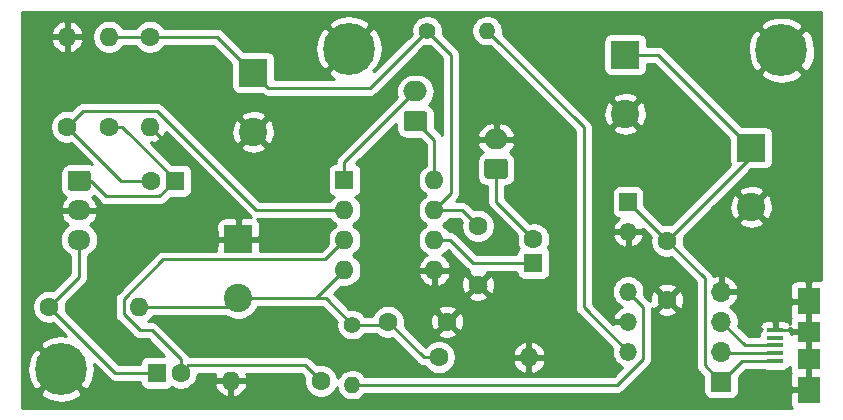
<source format=gbr>
%TF.GenerationSoftware,KiCad,Pcbnew,5.1.12*%
%TF.CreationDate,2022-01-03T10:53:03+01:00*%
%TF.ProjectId,diy-schematics,6469792d-7363-4686-956d-61746963732e,rev?*%
%TF.SameCoordinates,Original*%
%TF.FileFunction,Copper,L1,Top*%
%TF.FilePolarity,Positive*%
%FSLAX46Y46*%
G04 Gerber Fmt 4.6, Leading zero omitted, Abs format (unit mm)*
G04 Created by KiCad (PCBNEW 5.1.12) date 2022-01-03 10:53:03*
%MOMM*%
%LPD*%
G01*
G04 APERTURE LIST*
%TA.AperFunction,ComponentPad*%
%ADD10R,1.600000X1.600000*%
%TD*%
%TA.AperFunction,ComponentPad*%
%ADD11C,1.600000*%
%TD*%
%TA.AperFunction,ComponentPad*%
%ADD12O,1.600000X1.600000*%
%TD*%
%TA.AperFunction,ComponentPad*%
%ADD13R,2.400000X2.400000*%
%TD*%
%TA.AperFunction,ComponentPad*%
%ADD14C,2.400000*%
%TD*%
%TA.AperFunction,ComponentPad*%
%ADD15O,2.000000X1.700000*%
%TD*%
%TA.AperFunction,SMDPad,CuDef*%
%ADD16R,1.900000X1.800000*%
%TD*%
%TA.AperFunction,SMDPad,CuDef*%
%ADD17R,1.900000X2.300000*%
%TD*%
%TA.AperFunction,SMDPad,CuDef*%
%ADD18R,1.400000X0.400000*%
%TD*%
%TA.AperFunction,ComponentPad*%
%ADD19R,1.700000X1.700000*%
%TD*%
%TA.AperFunction,ComponentPad*%
%ADD20O,1.700000X1.700000*%
%TD*%
%TA.AperFunction,ComponentPad*%
%ADD21O,1.950000X1.700000*%
%TD*%
%TA.AperFunction,ComponentPad*%
%ADD22O,1.400000X1.400000*%
%TD*%
%TA.AperFunction,ComponentPad*%
%ADD23C,1.400000*%
%TD*%
%TA.AperFunction,ComponentPad*%
%ADD24R,1.500000X1.500000*%
%TD*%
%TA.AperFunction,ComponentPad*%
%ADD25O,1.500000X1.500000*%
%TD*%
%TA.AperFunction,ComponentPad*%
%ADD26C,4.400000*%
%TD*%
%TA.AperFunction,Conductor*%
%ADD27C,0.250000*%
%TD*%
%TA.AperFunction,Conductor*%
%ADD28C,0.254000*%
%TD*%
%TA.AperFunction,Conductor*%
%ADD29C,0.100000*%
%TD*%
G04 APERTURE END LIST*
D10*
%TO.P,C1,1*%
%TO.N,Net-(C1-Pad1)*%
X41656000Y-178054000D03*
D11*
%TO.P,C1,2*%
%TO.N,Net-(C1-Pad2)*%
X39656000Y-178054000D03*
%TD*%
D12*
%TO.P,R5,2*%
%TO.N,Earth*%
X39508000Y-173482000D03*
D11*
%TO.P,R5,1*%
%TO.N,Net-(C3-Pad1)*%
X39508000Y-165862000D03*
%TD*%
D13*
%TO.P,C5,1*%
%TO.N,VBUS*%
X79756000Y-167386000D03*
D14*
%TO.P,C5,2*%
%TO.N,Earth*%
X79756000Y-172386000D03*
%TD*%
D11*
%TO.P,C10,1*%
%TO.N,VBUS*%
X83312000Y-183134000D03*
%TO.P,C10,2*%
%TO.N,Earth*%
X83312000Y-188134000D03*
%TD*%
%TO.P,C3,2*%
%TO.N,Earth*%
X67310000Y-186864000D03*
%TO.P,C3,1*%
%TO.N,Net-(C3-Pad1)*%
X67310000Y-181864000D03*
%TD*%
D14*
%TO.P,C4,2*%
%TO.N,Earth*%
X90424000Y-180260000D03*
D13*
%TO.P,C4,1*%
%TO.N,VBUS*%
X90424000Y-175260000D03*
%TD*%
%TO.P,C6,1*%
%TO.N,Net-(C3-Pad1)*%
X48260000Y-168910000D03*
D14*
%TO.P,C6,2*%
%TO.N,Earth*%
X48260000Y-173910000D03*
%TD*%
%TO.P,C7,2*%
%TO.N,Net-(C7-Pad2)*%
X47000000Y-188000000D03*
D13*
%TO.P,C7,1*%
%TO.N,Earth*%
X47000000Y-183000000D03*
%TD*%
D11*
%TO.P,C9,1*%
%TO.N,Net-(C7-Pad2)*%
X59690000Y-189992000D03*
%TO.P,C9,2*%
%TO.N,Earth*%
X64690000Y-189992000D03*
%TD*%
%TO.P,J2,1*%
%TO.N,Net-(J2-Pad1)*%
%TA.AperFunction,ComponentPad*%
G36*
G01*
X62750000Y-173850000D02*
X61250000Y-173850000D01*
G75*
G02*
X61000000Y-173600000I0J250000D01*
G01*
X61000000Y-172400000D01*
G75*
G02*
X61250000Y-172150000I250000J0D01*
G01*
X62750000Y-172150000D01*
G75*
G02*
X63000000Y-172400000I0J-250000D01*
G01*
X63000000Y-173600000D01*
G75*
G02*
X62750000Y-173850000I-250000J0D01*
G01*
G37*
%TD.AperFunction*%
D15*
%TO.P,J2,2*%
%TO.N,Net-(J2-Pad2)*%
X62000000Y-170500000D03*
%TD*%
D16*
%TO.P,J4,6*%
%TO.N,Earth*%
X95300000Y-190850000D03*
X95300000Y-193150000D03*
D17*
X95300000Y-188250000D03*
X95300000Y-195750000D03*
D18*
%TO.P,J4,5*%
X92450000Y-190700000D03*
%TO.P,J4,4*%
%TO.N,Net-(J4-Pad4)*%
X92450000Y-191350000D03*
%TO.P,J4,3*%
%TO.N,Net-(J4-Pad3)*%
X92450000Y-192000000D03*
%TO.P,J4,2*%
%TO.N,Net-(J4-Pad2)*%
X92450000Y-192650000D03*
%TO.P,J4,1*%
%TO.N,VBUS*%
X92450000Y-193300000D03*
%TD*%
D19*
%TO.P,J5,1*%
%TO.N,VBUS*%
X87884000Y-195072000D03*
D20*
%TO.P,J5,2*%
%TO.N,Net-(J4-Pad2)*%
X87884000Y-192532000D03*
%TO.P,J5,3*%
%TO.N,Net-(J4-Pad3)*%
X87884000Y-189992000D03*
%TO.P,J5,4*%
%TO.N,Earth*%
X87884000Y-187452000D03*
%TD*%
%TO.P,J6,1*%
%TO.N,Net-(C1-Pad1)*%
%TA.AperFunction,ComponentPad*%
G36*
G01*
X32803000Y-177204000D02*
X34253000Y-177204000D01*
G75*
G02*
X34503000Y-177454000I0J-250000D01*
G01*
X34503000Y-178654000D01*
G75*
G02*
X34253000Y-178904000I-250000J0D01*
G01*
X32803000Y-178904000D01*
G75*
G02*
X32553000Y-178654000I0J250000D01*
G01*
X32553000Y-177454000D01*
G75*
G02*
X32803000Y-177204000I250000J0D01*
G01*
G37*
%TD.AperFunction*%
D21*
%TO.P,J6,2*%
%TO.N,Earth*%
X33528000Y-180554000D03*
%TO.P,J6,3*%
%TO.N,Net-(C2-Pad1)*%
X33528000Y-183054000D03*
%TD*%
D12*
%TO.P,R1,2*%
%TO.N,Net-(C3-Pad1)*%
X36068000Y-165862000D03*
D11*
%TO.P,R1,1*%
%TO.N,Net-(C1-Pad1)*%
X36068000Y-173482000D03*
%TD*%
%TO.P,R2,1*%
%TO.N,Net-(C2-Pad1)*%
X31000000Y-188722000D03*
D12*
%TO.P,R2,2*%
%TO.N,Net-(C7-Pad2)*%
X38620000Y-188722000D03*
%TD*%
D11*
%TO.P,R3,1*%
%TO.N,Net-(C1-Pad2)*%
X32512000Y-173482000D03*
D12*
%TO.P,R3,2*%
%TO.N,Earth*%
X32512000Y-165862000D03*
%TD*%
%TO.P,R4,2*%
%TO.N,Earth*%
X46380000Y-195000000D03*
D11*
%TO.P,R4,1*%
%TO.N,Net-(C2-Pad2)*%
X54000000Y-195000000D03*
%TD*%
%TO.P,R6,1*%
%TO.N,Net-(C7-Pad2)*%
X64000000Y-193000000D03*
D12*
%TO.P,R6,2*%
%TO.N,Earth*%
X71620000Y-193000000D03*
%TD*%
D22*
%TO.P,R7,2*%
%TO.N,+15V*%
X68072000Y-165354000D03*
D23*
%TO.P,R7,1*%
%TO.N,Net-(C3-Pad1)*%
X62992000Y-165354000D03*
%TD*%
%TO.P,R8,1*%
%TO.N,Net-(C7-Pad2)*%
X56642000Y-190246000D03*
D22*
%TO.P,R8,2*%
%TO.N,-15V*%
X56642000Y-195326000D03*
%TD*%
D10*
%TO.P,U1,1*%
%TO.N,Net-(J2-Pad2)*%
X56000000Y-178000000D03*
D12*
%TO.P,U1,5*%
%TO.N,Earth*%
X63620000Y-185620000D03*
%TO.P,U1,2*%
%TO.N,Net-(C1-Pad2)*%
X56000000Y-180540000D03*
%TO.P,U1,6*%
%TO.N,Net-(C8-Pad1)*%
X63620000Y-183080000D03*
%TO.P,U1,3*%
%TO.N,Net-(C2-Pad2)*%
X56000000Y-183080000D03*
%TO.P,U1,7*%
%TO.N,Net-(C3-Pad1)*%
X63620000Y-180540000D03*
%TO.P,U1,4*%
%TO.N,Net-(C7-Pad2)*%
X56000000Y-185620000D03*
%TO.P,U1,8*%
%TO.N,Net-(J2-Pad1)*%
X63620000Y-178000000D03*
%TD*%
D24*
%TO.P,U2,1*%
%TO.N,VBUS*%
X80010000Y-179832000D03*
D25*
%TO.P,U2,2*%
%TO.N,Earth*%
X80010000Y-182372000D03*
%TO.P,U2,4*%
%TO.N,-15V*%
X80010000Y-187452000D03*
%TO.P,U2,5*%
%TO.N,Earth*%
X80010000Y-189992000D03*
%TO.P,U2,6*%
%TO.N,+15V*%
X80010000Y-192532000D03*
%TD*%
D11*
%TO.P,C2,2*%
%TO.N,Net-(C2-Pad2)*%
X42132000Y-194310000D03*
D10*
%TO.P,C2,1*%
%TO.N,Net-(C2-Pad1)*%
X40132000Y-194310000D03*
%TD*%
%TO.P,C8,1*%
%TO.N,Net-(C8-Pad1)*%
X72000000Y-185000000D03*
D11*
%TO.P,C8,2*%
%TO.N,Net-(C8-Pad2)*%
X72000000Y-183000000D03*
%TD*%
%TO.P,J3,1*%
%TO.N,Net-(C8-Pad2)*%
%TA.AperFunction,ComponentPad*%
G36*
G01*
X69584000Y-177888000D02*
X68084000Y-177888000D01*
G75*
G02*
X67834000Y-177638000I0J250000D01*
G01*
X67834000Y-176438000D01*
G75*
G02*
X68084000Y-176188000I250000J0D01*
G01*
X69584000Y-176188000D01*
G75*
G02*
X69834000Y-176438000I0J-250000D01*
G01*
X69834000Y-177638000D01*
G75*
G02*
X69584000Y-177888000I-250000J0D01*
G01*
G37*
%TD.AperFunction*%
D15*
%TO.P,J3,2*%
%TO.N,Earth*%
X68834000Y-174538000D03*
%TD*%
D26*
%TO.P,H1,1*%
%TO.N,Earth*%
X56388000Y-166878000D03*
%TD*%
%TO.P,H2,1*%
%TO.N,Earth*%
X93000000Y-167000000D03*
%TD*%
%TO.P,H3,1*%
%TO.N,Earth*%
X32000000Y-194000000D03*
%TD*%
D27*
%TO.N,Earth*%
X48170000Y-174000000D02*
X48260000Y-173910000D01*
X67000000Y-187000000D02*
X68000000Y-187000000D01*
X95300000Y-190850000D02*
X95074999Y-190624999D01*
X67682000Y-187000000D02*
X68000000Y-187000000D01*
X67174000Y-187000000D02*
X67310000Y-186864000D01*
X67446000Y-187000000D02*
X67310000Y-186864000D01*
X39508000Y-173482000D02*
X41540000Y-175514000D01*
X95300000Y-190850000D02*
X94330000Y-190850000D01*
X94180000Y-190700000D02*
X92450000Y-190700000D01*
X94330000Y-190850000D02*
X94180000Y-190700000D01*
%TO.N,Net-(C1-Pad1)*%
X41656000Y-177938630D02*
X41656000Y-178054000D01*
X37199370Y-173482000D02*
X41656000Y-177938630D01*
X36068000Y-173482000D02*
X37199370Y-173482000D01*
X40330999Y-179379001D02*
X41656000Y-178054000D01*
X35828001Y-179379001D02*
X40330999Y-179379001D01*
X34503000Y-178054000D02*
X35828001Y-179379001D01*
X33528000Y-178054000D02*
X34503000Y-178054000D01*
%TO.N,Net-(C1-Pad2)*%
X37084000Y-178054000D02*
X39656000Y-178054000D01*
X32512000Y-173482000D02*
X37084000Y-178054000D01*
X33837001Y-172156999D02*
X32512000Y-173482000D01*
X40144001Y-172156999D02*
X33837001Y-172156999D01*
X48527002Y-180540000D02*
X40144001Y-172156999D01*
X56000000Y-180540000D02*
X48527002Y-180540000D01*
%TO.N,Net-(C2-Pad2)*%
X42767001Y-193674999D02*
X42132000Y-194310000D01*
X52674999Y-193674999D02*
X42767001Y-193674999D01*
X54000000Y-195000000D02*
X52674999Y-193674999D01*
X40655997Y-184725001D02*
X54354999Y-184725001D01*
X54354999Y-184725001D02*
X56000000Y-183080000D01*
X37294999Y-188085999D02*
X40655997Y-184725001D01*
X37294999Y-189358001D02*
X37294999Y-188085999D01*
X38658998Y-190722000D02*
X37294999Y-189358001D01*
X39675370Y-190722000D02*
X38658998Y-190722000D01*
X42132000Y-193178630D02*
X39675370Y-190722000D01*
X42132000Y-194310000D02*
X42132000Y-193178630D01*
%TO.N,Net-(C2-Pad1)*%
X33528000Y-186194000D02*
X31000000Y-188722000D01*
X33528000Y-183054000D02*
X33528000Y-186194000D01*
X36588000Y-194310000D02*
X31000000Y-188722000D01*
X40132000Y-194310000D02*
X36588000Y-194310000D01*
%TO.N,Net-(C7-Pad2)*%
X59682000Y-190000000D02*
X59690000Y-189992000D01*
X46278000Y-188722000D02*
X47000000Y-188000000D01*
X38620000Y-188722000D02*
X46278000Y-188722000D01*
X53620000Y-188000000D02*
X56000000Y-185620000D01*
X54396000Y-188000000D02*
X56642000Y-190246000D01*
X52872000Y-188000000D02*
X54396000Y-188000000D01*
X47000000Y-188000000D02*
X52872000Y-188000000D01*
X52872000Y-188000000D02*
X53620000Y-188000000D01*
X59436000Y-190246000D02*
X59690000Y-189992000D01*
X56642000Y-190246000D02*
X59436000Y-190246000D01*
X62698000Y-193000000D02*
X59690000Y-189992000D01*
X64000000Y-193000000D02*
X62698000Y-193000000D01*
%TO.N,Net-(C8-Pad1)*%
X63620000Y-183080000D02*
X64970000Y-183080000D01*
X66890000Y-185000000D02*
X72000000Y-185000000D01*
X64970000Y-183080000D02*
X66890000Y-185000000D01*
%TO.N,Net-(C8-Pad2)*%
X68834000Y-179834000D02*
X72000000Y-183000000D01*
X68834000Y-177038000D02*
X68834000Y-179834000D01*
%TO.N,Net-(J2-Pad2)*%
X56000000Y-176500000D02*
X62000000Y-170500000D01*
X56000000Y-178000000D02*
X56000000Y-176500000D01*
%TO.N,Net-(J2-Pad1)*%
X63620000Y-174620000D02*
X62000000Y-173000000D01*
X63620000Y-178000000D02*
X63620000Y-174620000D01*
%TO.N,Net-(C3-Pad1)*%
X48170000Y-169000000D02*
X48260000Y-168910000D01*
X65986000Y-180540000D02*
X67310000Y-181864000D01*
X63620000Y-180540000D02*
X65986000Y-180540000D01*
X36068000Y-165862000D02*
X39508000Y-165862000D01*
X45212000Y-165862000D02*
X48260000Y-168910000D01*
X39508000Y-165862000D02*
X45212000Y-165862000D01*
X63620000Y-180540000D02*
X64945001Y-179214999D01*
X49276000Y-169926000D02*
X48260000Y-168910000D01*
X63620000Y-180540000D02*
X65024000Y-179136000D01*
X65024000Y-167386000D02*
X62992000Y-165354000D01*
X65024000Y-179136000D02*
X65024000Y-167386000D01*
X58166000Y-170180000D02*
X62992000Y-165354000D01*
X49530000Y-170180000D02*
X58166000Y-170180000D01*
X48260000Y-168910000D02*
X49530000Y-170180000D01*
%TO.N,VBUS*%
X82550000Y-167386000D02*
X90424000Y-175260000D01*
X79756000Y-167386000D02*
X82550000Y-167386000D01*
X90424000Y-176022000D02*
X83312000Y-183134000D01*
X90424000Y-175260000D02*
X90424000Y-176022000D01*
X80010000Y-179832000D02*
X83312000Y-183134000D01*
X86508999Y-193696999D02*
X87884000Y-195072000D01*
X86508999Y-186330999D02*
X86508999Y-193696999D01*
X83312000Y-183134000D02*
X86508999Y-186330999D01*
X89656000Y-193300000D02*
X87884000Y-195072000D01*
X92450000Y-193300000D02*
X89656000Y-193300000D01*
%TO.N,Net-(J4-Pad3)*%
X89892000Y-192000000D02*
X87884000Y-189992000D01*
X92450000Y-192000000D02*
X89892000Y-192000000D01*
%TO.N,Net-(J4-Pad2)*%
X88048000Y-192206000D02*
X88113001Y-192271001D01*
X88238000Y-192396000D02*
X88048000Y-192206000D01*
X88002000Y-192650000D02*
X87884000Y-192532000D01*
X92450000Y-192650000D02*
X88002000Y-192650000D01*
%TO.N,+15V*%
X76252999Y-173534999D02*
X68072000Y-165354000D01*
X76252999Y-188774999D02*
X76252999Y-173534999D01*
X80010000Y-192532000D02*
X76252999Y-188774999D01*
%TO.N,-15V*%
X79103002Y-195326000D02*
X56642000Y-195326000D01*
X81285001Y-193144001D02*
X79103002Y-195326000D01*
X81285001Y-188727001D02*
X81285001Y-193144001D01*
X80010000Y-187452000D02*
X81285001Y-188727001D01*
%TD*%
D28*
%TO.N,Earth*%
X96349241Y-186471702D02*
X96250000Y-186461928D01*
X95585750Y-186465000D01*
X95427000Y-186623750D01*
X95427000Y-188123000D01*
X95447000Y-188123000D01*
X95447000Y-188377000D01*
X95427000Y-188377000D01*
X95427000Y-190723000D01*
X95447000Y-190723000D01*
X95447000Y-190977000D01*
X95427000Y-190977000D01*
X95427000Y-193023000D01*
X95447000Y-193023000D01*
X95447000Y-193277000D01*
X95427000Y-193277000D01*
X95427000Y-195623000D01*
X95447000Y-195623000D01*
X95447000Y-195877000D01*
X95427000Y-195877000D01*
X95427000Y-195897000D01*
X95173000Y-195897000D01*
X95173000Y-195877000D01*
X93873750Y-195877000D01*
X93715000Y-196035750D01*
X93711928Y-196900000D01*
X93724188Y-197024482D01*
X93760498Y-197144180D01*
X93819463Y-197254494D01*
X93889636Y-197340000D01*
X28660000Y-197340000D01*
X28660000Y-195989775D01*
X30189830Y-195989775D01*
X30429976Y-196377018D01*
X30923877Y-196637641D01*
X31459133Y-196796901D01*
X32015174Y-196848678D01*
X32570632Y-196790981D01*
X33104161Y-196626028D01*
X33570024Y-196377018D01*
X33810170Y-195989775D01*
X32000000Y-194179605D01*
X30189830Y-195989775D01*
X28660000Y-195989775D01*
X28660000Y-194015174D01*
X29151322Y-194015174D01*
X29209019Y-194570632D01*
X29373972Y-195104161D01*
X29622982Y-195570024D01*
X30010225Y-195810170D01*
X31820395Y-194000000D01*
X30010225Y-192189830D01*
X29622982Y-192429976D01*
X29362359Y-192923877D01*
X29203099Y-193459133D01*
X29151322Y-194015174D01*
X28660000Y-194015174D01*
X28660000Y-188580665D01*
X29565000Y-188580665D01*
X29565000Y-188863335D01*
X29620147Y-189140574D01*
X29728320Y-189401727D01*
X29885363Y-189636759D01*
X30085241Y-189836637D01*
X30320273Y-189993680D01*
X30581426Y-190101853D01*
X30858665Y-190157000D01*
X31141335Y-190157000D01*
X31323886Y-190120688D01*
X32392480Y-191189282D01*
X31984826Y-191151322D01*
X31429368Y-191209019D01*
X30895839Y-191373972D01*
X30429976Y-191622982D01*
X30189830Y-192010225D01*
X32000000Y-193820395D01*
X32014143Y-193806253D01*
X32193748Y-193985858D01*
X32179605Y-194000000D01*
X33989775Y-195810170D01*
X34377018Y-195570024D01*
X34637641Y-195076123D01*
X34796901Y-194540867D01*
X34848678Y-193984826D01*
X34809343Y-193606146D01*
X36024205Y-194821008D01*
X36047999Y-194850001D01*
X36076992Y-194873795D01*
X36076996Y-194873799D01*
X36136964Y-194923013D01*
X36163724Y-194944974D01*
X36295753Y-195015546D01*
X36439014Y-195059003D01*
X36550667Y-195070000D01*
X36550676Y-195070000D01*
X36587999Y-195073676D01*
X36625322Y-195070000D01*
X38693928Y-195070000D01*
X38693928Y-195110000D01*
X38706188Y-195234482D01*
X38742498Y-195354180D01*
X38801463Y-195464494D01*
X38880815Y-195561185D01*
X38977506Y-195640537D01*
X39087820Y-195699502D01*
X39207518Y-195735812D01*
X39332000Y-195748072D01*
X40932000Y-195748072D01*
X41056482Y-195735812D01*
X41176180Y-195699502D01*
X41286494Y-195640537D01*
X41383185Y-195561185D01*
X41396790Y-195544607D01*
X41452273Y-195581680D01*
X41713426Y-195689853D01*
X41990665Y-195745000D01*
X42273335Y-195745000D01*
X42550574Y-195689853D01*
X42811727Y-195581680D01*
X43046759Y-195424637D01*
X43122357Y-195349039D01*
X44988096Y-195349039D01*
X45028754Y-195483087D01*
X45148963Y-195737420D01*
X45316481Y-195963414D01*
X45524869Y-196152385D01*
X45766119Y-196297070D01*
X46030960Y-196391909D01*
X46253000Y-196270624D01*
X46253000Y-195127000D01*
X46507000Y-195127000D01*
X46507000Y-196270624D01*
X46729040Y-196391909D01*
X46993881Y-196297070D01*
X47235131Y-196152385D01*
X47443519Y-195963414D01*
X47611037Y-195737420D01*
X47731246Y-195483087D01*
X47771904Y-195349039D01*
X47649915Y-195127000D01*
X46507000Y-195127000D01*
X46253000Y-195127000D01*
X45110085Y-195127000D01*
X44988096Y-195349039D01*
X43122357Y-195349039D01*
X43246637Y-195224759D01*
X43403680Y-194989727D01*
X43511853Y-194728574D01*
X43567000Y-194451335D01*
X43567000Y-194434999D01*
X45067470Y-194434999D01*
X45028754Y-194516913D01*
X44988096Y-194650961D01*
X45110085Y-194873000D01*
X46253000Y-194873000D01*
X46253000Y-194853000D01*
X46507000Y-194853000D01*
X46507000Y-194873000D01*
X47649915Y-194873000D01*
X47771904Y-194650961D01*
X47731246Y-194516913D01*
X47692530Y-194434999D01*
X52360198Y-194434999D01*
X52601312Y-194676114D01*
X52565000Y-194858665D01*
X52565000Y-195141335D01*
X52620147Y-195418574D01*
X52728320Y-195679727D01*
X52885363Y-195914759D01*
X53085241Y-196114637D01*
X53320273Y-196271680D01*
X53581426Y-196379853D01*
X53858665Y-196435000D01*
X54141335Y-196435000D01*
X54418574Y-196379853D01*
X54679727Y-196271680D01*
X54914759Y-196114637D01*
X55114637Y-195914759D01*
X55271680Y-195679727D01*
X55325406Y-195550020D01*
X55358304Y-195715405D01*
X55458939Y-195958359D01*
X55605038Y-196177013D01*
X55790987Y-196362962D01*
X56009641Y-196509061D01*
X56252595Y-196609696D01*
X56510514Y-196661000D01*
X56773486Y-196661000D01*
X57031405Y-196609696D01*
X57274359Y-196509061D01*
X57493013Y-196362962D01*
X57678962Y-196177013D01*
X57739775Y-196086000D01*
X79065680Y-196086000D01*
X79103002Y-196089676D01*
X79140324Y-196086000D01*
X79140335Y-196086000D01*
X79251988Y-196075003D01*
X79395249Y-196031546D01*
X79527278Y-195960974D01*
X79643003Y-195866001D01*
X79666806Y-195836997D01*
X81796004Y-193707800D01*
X81825002Y-193684002D01*
X81919975Y-193568277D01*
X81990547Y-193436248D01*
X82034004Y-193292987D01*
X82045001Y-193181334D01*
X82048678Y-193144001D01*
X82045001Y-193106668D01*
X82045001Y-189126702D01*
X82498903Y-189126702D01*
X82570486Y-189370671D01*
X82825996Y-189491571D01*
X83100184Y-189560300D01*
X83382512Y-189574217D01*
X83662130Y-189532787D01*
X83928292Y-189437603D01*
X84053514Y-189370671D01*
X84125097Y-189126702D01*
X83312000Y-188313605D01*
X82498903Y-189126702D01*
X82045001Y-189126702D01*
X82045001Y-188818774D01*
X82075329Y-188875514D01*
X82319298Y-188947097D01*
X83132395Y-188134000D01*
X83491605Y-188134000D01*
X84304702Y-188947097D01*
X84548671Y-188875514D01*
X84669571Y-188620004D01*
X84738300Y-188345816D01*
X84752217Y-188063488D01*
X84710787Y-187783870D01*
X84615603Y-187517708D01*
X84548671Y-187392486D01*
X84304702Y-187320903D01*
X83491605Y-188134000D01*
X83132395Y-188134000D01*
X82319298Y-187320903D01*
X82075329Y-187392486D01*
X81954429Y-187647996D01*
X81885700Y-187922184D01*
X81871783Y-188204512D01*
X81878923Y-188252703D01*
X81825002Y-188187000D01*
X81796005Y-188163203D01*
X81366167Y-187733365D01*
X81395000Y-187588411D01*
X81395000Y-187315589D01*
X81360332Y-187141298D01*
X82498903Y-187141298D01*
X83312000Y-187954395D01*
X84125097Y-187141298D01*
X84053514Y-186897329D01*
X83798004Y-186776429D01*
X83523816Y-186707700D01*
X83241488Y-186693783D01*
X82961870Y-186735213D01*
X82695708Y-186830397D01*
X82570486Y-186897329D01*
X82498903Y-187141298D01*
X81360332Y-187141298D01*
X81341775Y-187048011D01*
X81237371Y-186795957D01*
X81085799Y-186569114D01*
X80892886Y-186376201D01*
X80666043Y-186224629D01*
X80413989Y-186120225D01*
X80146411Y-186067000D01*
X79873589Y-186067000D01*
X79606011Y-186120225D01*
X79353957Y-186224629D01*
X79127114Y-186376201D01*
X78934201Y-186569114D01*
X78782629Y-186795957D01*
X78678225Y-187048011D01*
X78625000Y-187315589D01*
X78625000Y-187588411D01*
X78678225Y-187855989D01*
X78782629Y-188108043D01*
X78934201Y-188334886D01*
X79127114Y-188527799D01*
X79353957Y-188679371D01*
X79462467Y-188724317D01*
X79413496Y-188742031D01*
X79181101Y-188882421D01*
X78980560Y-189065451D01*
X78819580Y-189284088D01*
X78704347Y-189529930D01*
X78667682Y-189650815D01*
X78790344Y-189865000D01*
X79883000Y-189865000D01*
X79883000Y-189845000D01*
X80137000Y-189845000D01*
X80137000Y-189865000D01*
X80157000Y-189865000D01*
X80157000Y-190119000D01*
X80137000Y-190119000D01*
X80137000Y-190139000D01*
X79883000Y-190139000D01*
X79883000Y-190119000D01*
X78790344Y-190119000D01*
X78747177Y-190194376D01*
X77012999Y-188460198D01*
X77012999Y-182713185D01*
X78667682Y-182713185D01*
X78704347Y-182834070D01*
X78819580Y-183079912D01*
X78980560Y-183298549D01*
X79181101Y-183481579D01*
X79413496Y-183621969D01*
X79668814Y-183714323D01*
X79883000Y-183592420D01*
X79883000Y-182499000D01*
X80137000Y-182499000D01*
X80137000Y-183592420D01*
X80351186Y-183714323D01*
X80606504Y-183621969D01*
X80838899Y-183481579D01*
X81039440Y-183298549D01*
X81200420Y-183079912D01*
X81315653Y-182834070D01*
X81352318Y-182713185D01*
X81229656Y-182499000D01*
X80137000Y-182499000D01*
X79883000Y-182499000D01*
X78790344Y-182499000D01*
X78667682Y-182713185D01*
X77012999Y-182713185D01*
X77012999Y-173663980D01*
X78657626Y-173663980D01*
X78777514Y-173948836D01*
X79101210Y-174109699D01*
X79450069Y-174204322D01*
X79810684Y-174229067D01*
X80169198Y-174182985D01*
X80511833Y-174067846D01*
X80734486Y-173948836D01*
X80854374Y-173663980D01*
X79756000Y-172565605D01*
X78657626Y-173663980D01*
X77012999Y-173663980D01*
X77012999Y-173572324D01*
X77016675Y-173534999D01*
X77012999Y-173497674D01*
X77012999Y-173497666D01*
X77002002Y-173386013D01*
X76958545Y-173242752D01*
X76887973Y-173110723D01*
X76793000Y-172994998D01*
X76764002Y-172971200D01*
X76233486Y-172440684D01*
X77912933Y-172440684D01*
X77959015Y-172799198D01*
X78074154Y-173141833D01*
X78193164Y-173364486D01*
X78478020Y-173484374D01*
X79576395Y-172386000D01*
X79935605Y-172386000D01*
X81033980Y-173484374D01*
X81318836Y-173364486D01*
X81479699Y-173040790D01*
X81574322Y-172691931D01*
X81599067Y-172331316D01*
X81552985Y-171972802D01*
X81437846Y-171630167D01*
X81318836Y-171407514D01*
X81033980Y-171287626D01*
X79935605Y-172386000D01*
X79576395Y-172386000D01*
X78478020Y-171287626D01*
X78193164Y-171407514D01*
X78032301Y-171731210D01*
X77937678Y-172080069D01*
X77912933Y-172440684D01*
X76233486Y-172440684D01*
X74900822Y-171108020D01*
X78657626Y-171108020D01*
X79756000Y-172206395D01*
X80854374Y-171108020D01*
X80734486Y-170823164D01*
X80410790Y-170662301D01*
X80061931Y-170567678D01*
X79701316Y-170542933D01*
X79342802Y-170589015D01*
X79000167Y-170704154D01*
X78777514Y-170823164D01*
X78657626Y-171108020D01*
X74900822Y-171108020D01*
X69978802Y-166186000D01*
X77917928Y-166186000D01*
X77917928Y-168586000D01*
X77930188Y-168710482D01*
X77966498Y-168830180D01*
X78025463Y-168940494D01*
X78104815Y-169037185D01*
X78201506Y-169116537D01*
X78311820Y-169175502D01*
X78431518Y-169211812D01*
X78556000Y-169224072D01*
X80956000Y-169224072D01*
X81080482Y-169211812D01*
X81200180Y-169175502D01*
X81310494Y-169116537D01*
X81407185Y-169037185D01*
X81486537Y-168940494D01*
X81545502Y-168830180D01*
X81581812Y-168710482D01*
X81594072Y-168586000D01*
X81594072Y-168146000D01*
X82235199Y-168146000D01*
X88585928Y-174496730D01*
X88585928Y-176460000D01*
X88598188Y-176584482D01*
X88634498Y-176704180D01*
X88645826Y-176725372D01*
X83635887Y-181735312D01*
X83453335Y-181699000D01*
X83170665Y-181699000D01*
X82988114Y-181735312D01*
X81398072Y-180145271D01*
X81398072Y-179082000D01*
X81385812Y-178957518D01*
X81349502Y-178837820D01*
X81290537Y-178727506D01*
X81211185Y-178630815D01*
X81114494Y-178551463D01*
X81004180Y-178492498D01*
X80884482Y-178456188D01*
X80760000Y-178443928D01*
X79260000Y-178443928D01*
X79135518Y-178456188D01*
X79015820Y-178492498D01*
X78905506Y-178551463D01*
X78808815Y-178630815D01*
X78729463Y-178727506D01*
X78670498Y-178837820D01*
X78634188Y-178957518D01*
X78621928Y-179082000D01*
X78621928Y-180582000D01*
X78634188Y-180706482D01*
X78670498Y-180826180D01*
X78729463Y-180936494D01*
X78808815Y-181033185D01*
X78905506Y-181112537D01*
X79015820Y-181171502D01*
X79135518Y-181207812D01*
X79252437Y-181219327D01*
X79181101Y-181262421D01*
X78980560Y-181445451D01*
X78819580Y-181664088D01*
X78704347Y-181909930D01*
X78667682Y-182030815D01*
X78790344Y-182245000D01*
X79883000Y-182245000D01*
X79883000Y-182225000D01*
X80137000Y-182225000D01*
X80137000Y-182245000D01*
X81229656Y-182245000D01*
X81272823Y-182169624D01*
X81913312Y-182810114D01*
X81877000Y-182992665D01*
X81877000Y-183275335D01*
X81932147Y-183552574D01*
X82040320Y-183813727D01*
X82197363Y-184048759D01*
X82397241Y-184248637D01*
X82632273Y-184405680D01*
X82893426Y-184513853D01*
X83170665Y-184569000D01*
X83453335Y-184569000D01*
X83635886Y-184532688D01*
X85748999Y-186645801D01*
X85749000Y-193659667D01*
X85745323Y-193696999D01*
X85749000Y-193734332D01*
X85759997Y-193845985D01*
X85773179Y-193889441D01*
X85803453Y-193989245D01*
X85874025Y-194121275D01*
X85921896Y-194179605D01*
X85968999Y-194237000D01*
X85997997Y-194260798D01*
X86395928Y-194658729D01*
X86395928Y-195922000D01*
X86408188Y-196046482D01*
X86444498Y-196166180D01*
X86503463Y-196276494D01*
X86582815Y-196373185D01*
X86679506Y-196452537D01*
X86789820Y-196511502D01*
X86909518Y-196547812D01*
X87034000Y-196560072D01*
X88734000Y-196560072D01*
X88858482Y-196547812D01*
X88978180Y-196511502D01*
X89088494Y-196452537D01*
X89185185Y-196373185D01*
X89264537Y-196276494D01*
X89323502Y-196166180D01*
X89359812Y-196046482D01*
X89372072Y-195922000D01*
X89372072Y-194658730D01*
X89970803Y-194060000D01*
X91450627Y-194060000D01*
X91505820Y-194089502D01*
X91625518Y-194125812D01*
X91750000Y-194138072D01*
X93150000Y-194138072D01*
X93274482Y-194125812D01*
X93394180Y-194089502D01*
X93504494Y-194030537D01*
X93601185Y-193951185D01*
X93680537Y-193854494D01*
X93713211Y-193793365D01*
X93711928Y-194050000D01*
X93724188Y-194174482D01*
X93760498Y-194294180D01*
X93776972Y-194325000D01*
X93760498Y-194355820D01*
X93724188Y-194475518D01*
X93711928Y-194600000D01*
X93715000Y-195464250D01*
X93873750Y-195623000D01*
X95173000Y-195623000D01*
X95173000Y-193277000D01*
X95153000Y-193277000D01*
X95153000Y-193023000D01*
X95173000Y-193023000D01*
X95173000Y-190977000D01*
X93873750Y-190977000D01*
X93780243Y-191070507D01*
X93775812Y-191025518D01*
X93775029Y-191022936D01*
X93785000Y-190931750D01*
X93717032Y-190863782D01*
X93680537Y-190795506D01*
X93601185Y-190698815D01*
X93513678Y-190627000D01*
X93626250Y-190627000D01*
X93714871Y-190538379D01*
X93715000Y-190564250D01*
X93873750Y-190723000D01*
X95173000Y-190723000D01*
X95173000Y-188377000D01*
X93873750Y-188377000D01*
X93715000Y-188535750D01*
X93711928Y-189400000D01*
X93724188Y-189524482D01*
X93760498Y-189644180D01*
X93776972Y-189675000D01*
X93760498Y-189705820D01*
X93724188Y-189825518D01*
X93711928Y-189950000D01*
X93713210Y-190206254D01*
X93674943Y-190137273D01*
X93594092Y-190041831D01*
X93496174Y-189963997D01*
X93384954Y-189906761D01*
X93264704Y-189872323D01*
X93140046Y-189862006D01*
X92735750Y-189865000D01*
X92577000Y-190023750D01*
X92577000Y-190511928D01*
X92323000Y-190511928D01*
X92323000Y-190023750D01*
X92164250Y-189865000D01*
X91759954Y-189862006D01*
X91635296Y-189872323D01*
X91515046Y-189906761D01*
X91403826Y-189963997D01*
X91305908Y-190041831D01*
X91225057Y-190137273D01*
X91164379Y-190246654D01*
X91126206Y-190365771D01*
X91115000Y-190468250D01*
X91273750Y-190627000D01*
X91386322Y-190627000D01*
X91298815Y-190698815D01*
X91219463Y-190795506D01*
X91182968Y-190863782D01*
X91115000Y-190931750D01*
X91124971Y-191022936D01*
X91124188Y-191025518D01*
X91111928Y-191150000D01*
X91111928Y-191240000D01*
X90206802Y-191240000D01*
X89325209Y-190358408D01*
X89369000Y-190138260D01*
X89369000Y-189845740D01*
X89311932Y-189558842D01*
X89199990Y-189288589D01*
X89037475Y-189045368D01*
X88830632Y-188838525D01*
X88648466Y-188716805D01*
X88765355Y-188647178D01*
X88981588Y-188452269D01*
X89155641Y-188218920D01*
X89280825Y-187956099D01*
X89325476Y-187808890D01*
X89204155Y-187579000D01*
X88011000Y-187579000D01*
X88011000Y-187599000D01*
X87757000Y-187599000D01*
X87757000Y-187579000D01*
X87737000Y-187579000D01*
X87737000Y-187325000D01*
X87757000Y-187325000D01*
X87757000Y-186131186D01*
X88011000Y-186131186D01*
X88011000Y-187325000D01*
X89204155Y-187325000D01*
X89322895Y-187100000D01*
X93711928Y-187100000D01*
X93715000Y-187964250D01*
X93873750Y-188123000D01*
X95173000Y-188123000D01*
X95173000Y-186623750D01*
X95014250Y-186465000D01*
X94350000Y-186461928D01*
X94225518Y-186474188D01*
X94105820Y-186510498D01*
X93995506Y-186569463D01*
X93898815Y-186648815D01*
X93819463Y-186745506D01*
X93760498Y-186855820D01*
X93724188Y-186975518D01*
X93711928Y-187100000D01*
X89322895Y-187100000D01*
X89325476Y-187095110D01*
X89280825Y-186947901D01*
X89155641Y-186685080D01*
X88981588Y-186451731D01*
X88765355Y-186256822D01*
X88515252Y-186107843D01*
X88240891Y-186010519D01*
X88011000Y-186131186D01*
X87757000Y-186131186D01*
X87527109Y-186010519D01*
X87252748Y-186107843D01*
X87238142Y-186116543D01*
X87214545Y-186038752D01*
X87143973Y-185906723D01*
X87049000Y-185790998D01*
X87020003Y-185767201D01*
X84710688Y-183457886D01*
X84747000Y-183275335D01*
X84747000Y-182992665D01*
X84710688Y-182810113D01*
X85982821Y-181537980D01*
X89325626Y-181537980D01*
X89445514Y-181822836D01*
X89769210Y-181983699D01*
X90118069Y-182078322D01*
X90478684Y-182103067D01*
X90837198Y-182056985D01*
X91179833Y-181941846D01*
X91402486Y-181822836D01*
X91522374Y-181537980D01*
X90424000Y-180439605D01*
X89325626Y-181537980D01*
X85982821Y-181537980D01*
X87206117Y-180314684D01*
X88580933Y-180314684D01*
X88627015Y-180673198D01*
X88742154Y-181015833D01*
X88861164Y-181238486D01*
X89146020Y-181358374D01*
X90244395Y-180260000D01*
X90603605Y-180260000D01*
X91701980Y-181358374D01*
X91986836Y-181238486D01*
X92147699Y-180914790D01*
X92242322Y-180565931D01*
X92267067Y-180205316D01*
X92220985Y-179846802D01*
X92105846Y-179504167D01*
X91986836Y-179281514D01*
X91701980Y-179161626D01*
X90603605Y-180260000D01*
X90244395Y-180260000D01*
X89146020Y-179161626D01*
X88861164Y-179281514D01*
X88700301Y-179605210D01*
X88605678Y-179954069D01*
X88580933Y-180314684D01*
X87206117Y-180314684D01*
X88538781Y-178982020D01*
X89325626Y-178982020D01*
X90424000Y-180080395D01*
X91522374Y-178982020D01*
X91402486Y-178697164D01*
X91078790Y-178536301D01*
X90729931Y-178441678D01*
X90369316Y-178416933D01*
X90010802Y-178463015D01*
X89668167Y-178578154D01*
X89445514Y-178697164D01*
X89325626Y-178982020D01*
X88538781Y-178982020D01*
X90422730Y-177098072D01*
X91624000Y-177098072D01*
X91748482Y-177085812D01*
X91868180Y-177049502D01*
X91978494Y-176990537D01*
X92075185Y-176911185D01*
X92154537Y-176814494D01*
X92213502Y-176704180D01*
X92249812Y-176584482D01*
X92262072Y-176460000D01*
X92262072Y-174060000D01*
X92249812Y-173935518D01*
X92213502Y-173815820D01*
X92154537Y-173705506D01*
X92075185Y-173608815D01*
X91978494Y-173529463D01*
X91868180Y-173470498D01*
X91748482Y-173434188D01*
X91624000Y-173421928D01*
X89660730Y-173421928D01*
X85228577Y-168989775D01*
X91189830Y-168989775D01*
X91429976Y-169377018D01*
X91923877Y-169637641D01*
X92459133Y-169796901D01*
X93015174Y-169848678D01*
X93570632Y-169790981D01*
X94104161Y-169626028D01*
X94570024Y-169377018D01*
X94810170Y-168989775D01*
X93000000Y-167179605D01*
X91189830Y-168989775D01*
X85228577Y-168989775D01*
X83253976Y-167015174D01*
X90151322Y-167015174D01*
X90209019Y-167570632D01*
X90373972Y-168104161D01*
X90622982Y-168570024D01*
X91010225Y-168810170D01*
X92820395Y-167000000D01*
X93179605Y-167000000D01*
X94989775Y-168810170D01*
X95377018Y-168570024D01*
X95637641Y-168076123D01*
X95796901Y-167540867D01*
X95848678Y-166984826D01*
X95790981Y-166429368D01*
X95626028Y-165895839D01*
X95377018Y-165429976D01*
X94989775Y-165189830D01*
X93179605Y-167000000D01*
X92820395Y-167000000D01*
X91010225Y-165189830D01*
X90622982Y-165429976D01*
X90362359Y-165923877D01*
X90203099Y-166459133D01*
X90151322Y-167015174D01*
X83253976Y-167015174D01*
X83113804Y-166875003D01*
X83090001Y-166845999D01*
X82974276Y-166751026D01*
X82842247Y-166680454D01*
X82698986Y-166636997D01*
X82587333Y-166626000D01*
X82587322Y-166626000D01*
X82550000Y-166622324D01*
X82512678Y-166626000D01*
X81594072Y-166626000D01*
X81594072Y-166186000D01*
X81581812Y-166061518D01*
X81545502Y-165941820D01*
X81486537Y-165831506D01*
X81407185Y-165734815D01*
X81310494Y-165655463D01*
X81200180Y-165596498D01*
X81080482Y-165560188D01*
X80956000Y-165547928D01*
X78556000Y-165547928D01*
X78431518Y-165560188D01*
X78311820Y-165596498D01*
X78201506Y-165655463D01*
X78104815Y-165734815D01*
X78025463Y-165831506D01*
X77966498Y-165941820D01*
X77930188Y-166061518D01*
X77917928Y-166186000D01*
X69978802Y-166186000D01*
X69385645Y-165592844D01*
X69407000Y-165485486D01*
X69407000Y-165222514D01*
X69364773Y-165010225D01*
X91189830Y-165010225D01*
X93000000Y-166820395D01*
X94810170Y-165010225D01*
X94570024Y-164622982D01*
X94076123Y-164362359D01*
X93540867Y-164203099D01*
X92984826Y-164151322D01*
X92429368Y-164209019D01*
X91895839Y-164373972D01*
X91429976Y-164622982D01*
X91189830Y-165010225D01*
X69364773Y-165010225D01*
X69355696Y-164964595D01*
X69255061Y-164721641D01*
X69108962Y-164502987D01*
X68923013Y-164317038D01*
X68704359Y-164170939D01*
X68461405Y-164070304D01*
X68203486Y-164019000D01*
X67940514Y-164019000D01*
X67682595Y-164070304D01*
X67439641Y-164170939D01*
X67220987Y-164317038D01*
X67035038Y-164502987D01*
X66888939Y-164721641D01*
X66788304Y-164964595D01*
X66737000Y-165222514D01*
X66737000Y-165485486D01*
X66788304Y-165743405D01*
X66888939Y-165986359D01*
X67035038Y-166205013D01*
X67220987Y-166390962D01*
X67439641Y-166537061D01*
X67682595Y-166637696D01*
X67940514Y-166689000D01*
X68203486Y-166689000D01*
X68310844Y-166667645D01*
X75493000Y-173849802D01*
X75492999Y-188737677D01*
X75489323Y-188774999D01*
X75492999Y-188812321D01*
X75492999Y-188812331D01*
X75503996Y-188923984D01*
X75540817Y-189045368D01*
X75547453Y-189067245D01*
X75618025Y-189199275D01*
X75653907Y-189242997D01*
X75712998Y-189315000D01*
X75742002Y-189338803D01*
X78653833Y-192250635D01*
X78625000Y-192395589D01*
X78625000Y-192668411D01*
X78678225Y-192935989D01*
X78782629Y-193188043D01*
X78934201Y-193414886D01*
X79127114Y-193607799D01*
X79353957Y-193759371D01*
X79524280Y-193829921D01*
X78788201Y-194566000D01*
X57739775Y-194566000D01*
X57678962Y-194474987D01*
X57493013Y-194289038D01*
X57274359Y-194142939D01*
X57031405Y-194042304D01*
X56773486Y-193991000D01*
X56510514Y-193991000D01*
X56252595Y-194042304D01*
X56009641Y-194142939D01*
X55790987Y-194289038D01*
X55605038Y-194474987D01*
X55458939Y-194693641D01*
X55420590Y-194786223D01*
X55379853Y-194581426D01*
X55271680Y-194320273D01*
X55114637Y-194085241D01*
X54914759Y-193885363D01*
X54679727Y-193728320D01*
X54418574Y-193620147D01*
X54141335Y-193565000D01*
X53858665Y-193565000D01*
X53676114Y-193601312D01*
X53238802Y-193164001D01*
X53215000Y-193134998D01*
X53099275Y-193040025D01*
X52967246Y-192969453D01*
X52823985Y-192925996D01*
X52712332Y-192914999D01*
X52712321Y-192914999D01*
X52674999Y-192911323D01*
X52637677Y-192914999D01*
X42846226Y-192914999D01*
X42837546Y-192886383D01*
X42766974Y-192754354D01*
X42728730Y-192707753D01*
X42695799Y-192667626D01*
X42695795Y-192667622D01*
X42672001Y-192638629D01*
X42643008Y-192614835D01*
X40239174Y-190211003D01*
X40215371Y-190181999D01*
X40099646Y-190087026D01*
X39967617Y-190016454D01*
X39824356Y-189972997D01*
X39712703Y-189962000D01*
X39712692Y-189962000D01*
X39675370Y-189958324D01*
X39638048Y-189962000D01*
X39347140Y-189962000D01*
X39534759Y-189836637D01*
X39734637Y-189636759D01*
X39838043Y-189482000D01*
X45915057Y-189482000D01*
X46130801Y-189626156D01*
X46464750Y-189764482D01*
X46819268Y-189835000D01*
X47180732Y-189835000D01*
X47535250Y-189764482D01*
X47869199Y-189626156D01*
X48169744Y-189425338D01*
X48425338Y-189169744D01*
X48626156Y-188869199D01*
X48671388Y-188760000D01*
X53582678Y-188760000D01*
X53620000Y-188763676D01*
X53657322Y-188760000D01*
X54081199Y-188760000D01*
X55328355Y-190007157D01*
X55307000Y-190114514D01*
X55307000Y-190377486D01*
X55358304Y-190635405D01*
X55458939Y-190878359D01*
X55605038Y-191097013D01*
X55790987Y-191282962D01*
X56009641Y-191429061D01*
X56252595Y-191529696D01*
X56510514Y-191581000D01*
X56773486Y-191581000D01*
X57031405Y-191529696D01*
X57274359Y-191429061D01*
X57493013Y-191282962D01*
X57678962Y-191097013D01*
X57739775Y-191006000D01*
X58674604Y-191006000D01*
X58775241Y-191106637D01*
X59010273Y-191263680D01*
X59271426Y-191371853D01*
X59548665Y-191427000D01*
X59831335Y-191427000D01*
X60013886Y-191390688D01*
X62134205Y-193511008D01*
X62157999Y-193540001D01*
X62186992Y-193563795D01*
X62186996Y-193563799D01*
X62236535Y-193604454D01*
X62273724Y-193634974D01*
X62405753Y-193705546D01*
X62549014Y-193749003D01*
X62660667Y-193760000D01*
X62660676Y-193760000D01*
X62697999Y-193763676D01*
X62735322Y-193760000D01*
X62781957Y-193760000D01*
X62885363Y-193914759D01*
X63085241Y-194114637D01*
X63320273Y-194271680D01*
X63581426Y-194379853D01*
X63858665Y-194435000D01*
X64141335Y-194435000D01*
X64418574Y-194379853D01*
X64679727Y-194271680D01*
X64914759Y-194114637D01*
X65114637Y-193914759D01*
X65271680Y-193679727D01*
X65379853Y-193418574D01*
X65393684Y-193349039D01*
X70228096Y-193349039D01*
X70268754Y-193483087D01*
X70388963Y-193737420D01*
X70556481Y-193963414D01*
X70764869Y-194152385D01*
X71006119Y-194297070D01*
X71270960Y-194391909D01*
X71493000Y-194270624D01*
X71493000Y-193127000D01*
X71747000Y-193127000D01*
X71747000Y-194270624D01*
X71969040Y-194391909D01*
X72233881Y-194297070D01*
X72475131Y-194152385D01*
X72683519Y-193963414D01*
X72851037Y-193737420D01*
X72971246Y-193483087D01*
X73011904Y-193349039D01*
X72889915Y-193127000D01*
X71747000Y-193127000D01*
X71493000Y-193127000D01*
X70350085Y-193127000D01*
X70228096Y-193349039D01*
X65393684Y-193349039D01*
X65435000Y-193141335D01*
X65435000Y-192858665D01*
X65393685Y-192650961D01*
X70228096Y-192650961D01*
X70350085Y-192873000D01*
X71493000Y-192873000D01*
X71493000Y-191729376D01*
X71747000Y-191729376D01*
X71747000Y-192873000D01*
X72889915Y-192873000D01*
X73011904Y-192650961D01*
X72971246Y-192516913D01*
X72851037Y-192262580D01*
X72683519Y-192036586D01*
X72475131Y-191847615D01*
X72233881Y-191702930D01*
X71969040Y-191608091D01*
X71747000Y-191729376D01*
X71493000Y-191729376D01*
X71270960Y-191608091D01*
X71006119Y-191702930D01*
X70764869Y-191847615D01*
X70556481Y-192036586D01*
X70388963Y-192262580D01*
X70268754Y-192516913D01*
X70228096Y-192650961D01*
X65393685Y-192650961D01*
X65379853Y-192581426D01*
X65271680Y-192320273D01*
X65114637Y-192085241D01*
X64914759Y-191885363D01*
X64679727Y-191728320D01*
X64418574Y-191620147D01*
X64141335Y-191565000D01*
X63858665Y-191565000D01*
X63581426Y-191620147D01*
X63320273Y-191728320D01*
X63085241Y-191885363D01*
X62885363Y-192085241D01*
X62874420Y-192101618D01*
X61757504Y-190984702D01*
X63876903Y-190984702D01*
X63948486Y-191228671D01*
X64203996Y-191349571D01*
X64478184Y-191418300D01*
X64760512Y-191432217D01*
X65040130Y-191390787D01*
X65306292Y-191295603D01*
X65431514Y-191228671D01*
X65503097Y-190984702D01*
X64690000Y-190171605D01*
X63876903Y-190984702D01*
X61757504Y-190984702D01*
X61088688Y-190315886D01*
X61125000Y-190133335D01*
X61125000Y-190062512D01*
X63249783Y-190062512D01*
X63291213Y-190342130D01*
X63386397Y-190608292D01*
X63453329Y-190733514D01*
X63697298Y-190805097D01*
X64510395Y-189992000D01*
X64869605Y-189992000D01*
X65682702Y-190805097D01*
X65926671Y-190733514D01*
X66047571Y-190478004D01*
X66116300Y-190203816D01*
X66130217Y-189921488D01*
X66088787Y-189641870D01*
X65993603Y-189375708D01*
X65926671Y-189250486D01*
X65682702Y-189178903D01*
X64869605Y-189992000D01*
X64510395Y-189992000D01*
X63697298Y-189178903D01*
X63453329Y-189250486D01*
X63332429Y-189505996D01*
X63263700Y-189780184D01*
X63249783Y-190062512D01*
X61125000Y-190062512D01*
X61125000Y-189850665D01*
X61069853Y-189573426D01*
X60961680Y-189312273D01*
X60804637Y-189077241D01*
X60726694Y-188999298D01*
X63876903Y-188999298D01*
X64690000Y-189812395D01*
X65503097Y-188999298D01*
X65431514Y-188755329D01*
X65176004Y-188634429D01*
X64901816Y-188565700D01*
X64619488Y-188551783D01*
X64339870Y-188593213D01*
X64073708Y-188688397D01*
X63948486Y-188755329D01*
X63876903Y-188999298D01*
X60726694Y-188999298D01*
X60604759Y-188877363D01*
X60369727Y-188720320D01*
X60108574Y-188612147D01*
X59831335Y-188557000D01*
X59548665Y-188557000D01*
X59271426Y-188612147D01*
X59010273Y-188720320D01*
X58775241Y-188877363D01*
X58575363Y-189077241D01*
X58418320Y-189312273D01*
X58346360Y-189486000D01*
X57739775Y-189486000D01*
X57678962Y-189394987D01*
X57493013Y-189209038D01*
X57274359Y-189062939D01*
X57031405Y-188962304D01*
X56773486Y-188911000D01*
X56510514Y-188911000D01*
X56403157Y-188932355D01*
X55327504Y-187856702D01*
X66496903Y-187856702D01*
X66568486Y-188100671D01*
X66823996Y-188221571D01*
X67098184Y-188290300D01*
X67380512Y-188304217D01*
X67660130Y-188262787D01*
X67926292Y-188167603D01*
X68051514Y-188100671D01*
X68123097Y-187856702D01*
X67310000Y-187043605D01*
X66496903Y-187856702D01*
X55327504Y-187856702D01*
X55082801Y-187612000D01*
X55676114Y-187018688D01*
X55858665Y-187055000D01*
X56141335Y-187055000D01*
X56418574Y-186999853D01*
X56679727Y-186891680D01*
X56914759Y-186734637D01*
X57114637Y-186534759D01*
X57271680Y-186299727D01*
X57379853Y-186038574D01*
X57393684Y-185969039D01*
X62228096Y-185969039D01*
X62268754Y-186103087D01*
X62388963Y-186357420D01*
X62556481Y-186583414D01*
X62764869Y-186772385D01*
X63006119Y-186917070D01*
X63270960Y-187011909D01*
X63493000Y-186890624D01*
X63493000Y-185747000D01*
X63747000Y-185747000D01*
X63747000Y-186890624D01*
X63969040Y-187011909D01*
X64185173Y-186934512D01*
X65869783Y-186934512D01*
X65911213Y-187214130D01*
X66006397Y-187480292D01*
X66073329Y-187605514D01*
X66317298Y-187677097D01*
X67130395Y-186864000D01*
X67489605Y-186864000D01*
X68302702Y-187677097D01*
X68546671Y-187605514D01*
X68667571Y-187350004D01*
X68736300Y-187075816D01*
X68750217Y-186793488D01*
X68708787Y-186513870D01*
X68613603Y-186247708D01*
X68546671Y-186122486D01*
X68302702Y-186050903D01*
X67489605Y-186864000D01*
X67130395Y-186864000D01*
X66317298Y-186050903D01*
X66073329Y-186122486D01*
X65952429Y-186377996D01*
X65883700Y-186652184D01*
X65869783Y-186934512D01*
X64185173Y-186934512D01*
X64233881Y-186917070D01*
X64475131Y-186772385D01*
X64683519Y-186583414D01*
X64851037Y-186357420D01*
X64971246Y-186103087D01*
X65011904Y-185969039D01*
X64889915Y-185747000D01*
X63747000Y-185747000D01*
X63493000Y-185747000D01*
X62350085Y-185747000D01*
X62228096Y-185969039D01*
X57393684Y-185969039D01*
X57435000Y-185761335D01*
X57435000Y-185478665D01*
X57379853Y-185201426D01*
X57271680Y-184940273D01*
X57114637Y-184705241D01*
X56914759Y-184505363D01*
X56682241Y-184350000D01*
X56914759Y-184194637D01*
X57114637Y-183994759D01*
X57271680Y-183759727D01*
X57379853Y-183498574D01*
X57435000Y-183221335D01*
X57435000Y-182938665D01*
X57379853Y-182661426D01*
X57271680Y-182400273D01*
X57114637Y-182165241D01*
X56914759Y-181965363D01*
X56682241Y-181810000D01*
X56914759Y-181654637D01*
X57114637Y-181454759D01*
X57271680Y-181219727D01*
X57379853Y-180958574D01*
X57435000Y-180681335D01*
X57435000Y-180398665D01*
X57379853Y-180121426D01*
X57271680Y-179860273D01*
X57114637Y-179625241D01*
X56916039Y-179426643D01*
X56924482Y-179425812D01*
X57044180Y-179389502D01*
X57154494Y-179330537D01*
X57251185Y-179251185D01*
X57330537Y-179154494D01*
X57389502Y-179044180D01*
X57425812Y-178924482D01*
X57438072Y-178800000D01*
X57438072Y-177200000D01*
X57425812Y-177075518D01*
X57389502Y-176955820D01*
X57330537Y-176845506D01*
X57251185Y-176748815D01*
X57154494Y-176669463D01*
X57044180Y-176610498D01*
X56982894Y-176591907D01*
X60361928Y-173212874D01*
X60361928Y-173600000D01*
X60378992Y-173773254D01*
X60429528Y-173939850D01*
X60511595Y-174093386D01*
X60622038Y-174227962D01*
X60756614Y-174338405D01*
X60910150Y-174420472D01*
X61076746Y-174471008D01*
X61250000Y-174488072D01*
X62413270Y-174488072D01*
X62860001Y-174934803D01*
X62860000Y-176781956D01*
X62705241Y-176885363D01*
X62505363Y-177085241D01*
X62348320Y-177320273D01*
X62240147Y-177581426D01*
X62185000Y-177858665D01*
X62185000Y-178141335D01*
X62240147Y-178418574D01*
X62348320Y-178679727D01*
X62505363Y-178914759D01*
X62705241Y-179114637D01*
X62937759Y-179270000D01*
X62705241Y-179425363D01*
X62505363Y-179625241D01*
X62348320Y-179860273D01*
X62240147Y-180121426D01*
X62185000Y-180398665D01*
X62185000Y-180681335D01*
X62240147Y-180958574D01*
X62348320Y-181219727D01*
X62505363Y-181454759D01*
X62705241Y-181654637D01*
X62937759Y-181810000D01*
X62705241Y-181965363D01*
X62505363Y-182165241D01*
X62348320Y-182400273D01*
X62240147Y-182661426D01*
X62185000Y-182938665D01*
X62185000Y-183221335D01*
X62240147Y-183498574D01*
X62348320Y-183759727D01*
X62505363Y-183994759D01*
X62705241Y-184194637D01*
X62940273Y-184351680D01*
X62950865Y-184356067D01*
X62764869Y-184467615D01*
X62556481Y-184656586D01*
X62388963Y-184882580D01*
X62268754Y-185136913D01*
X62228096Y-185270961D01*
X62350085Y-185493000D01*
X63493000Y-185493000D01*
X63493000Y-185473000D01*
X63747000Y-185473000D01*
X63747000Y-185493000D01*
X64889915Y-185493000D01*
X65011904Y-185270961D01*
X64971246Y-185136913D01*
X64851037Y-184882580D01*
X64683519Y-184656586D01*
X64475131Y-184467615D01*
X64289135Y-184356067D01*
X64299727Y-184351680D01*
X64534759Y-184194637D01*
X64734637Y-183994759D01*
X64764806Y-183949607D01*
X66326201Y-185511003D01*
X66349999Y-185540001D01*
X66378997Y-185563799D01*
X66465723Y-185634974D01*
X66552615Y-185681419D01*
X66496903Y-185871298D01*
X67310000Y-186684395D01*
X68123097Y-185871298D01*
X68090441Y-185760000D01*
X70561928Y-185760000D01*
X70561928Y-185800000D01*
X70574188Y-185924482D01*
X70610498Y-186044180D01*
X70669463Y-186154494D01*
X70748815Y-186251185D01*
X70845506Y-186330537D01*
X70955820Y-186389502D01*
X71075518Y-186425812D01*
X71200000Y-186438072D01*
X72800000Y-186438072D01*
X72924482Y-186425812D01*
X73044180Y-186389502D01*
X73154494Y-186330537D01*
X73251185Y-186251185D01*
X73330537Y-186154494D01*
X73389502Y-186044180D01*
X73425812Y-185924482D01*
X73438072Y-185800000D01*
X73438072Y-184200000D01*
X73425812Y-184075518D01*
X73389502Y-183955820D01*
X73330537Y-183845506D01*
X73251185Y-183748815D01*
X73234607Y-183735210D01*
X73271680Y-183679727D01*
X73379853Y-183418574D01*
X73435000Y-183141335D01*
X73435000Y-182858665D01*
X73379853Y-182581426D01*
X73271680Y-182320273D01*
X73114637Y-182085241D01*
X72914759Y-181885363D01*
X72679727Y-181728320D01*
X72418574Y-181620147D01*
X72141335Y-181565000D01*
X71858665Y-181565000D01*
X71676114Y-181601312D01*
X69594000Y-179519199D01*
X69594000Y-178525087D01*
X69757254Y-178509008D01*
X69923850Y-178458472D01*
X70077386Y-178376405D01*
X70211962Y-178265962D01*
X70322405Y-178131386D01*
X70404472Y-177977850D01*
X70455008Y-177811254D01*
X70472072Y-177638000D01*
X70472072Y-176438000D01*
X70455008Y-176264746D01*
X70404472Y-176098150D01*
X70322405Y-175944614D01*
X70211962Y-175810038D01*
X70077386Y-175699595D01*
X69975407Y-175645086D01*
X69975795Y-175644802D01*
X70172664Y-175430046D01*
X70323854Y-175181009D01*
X70423554Y-174907261D01*
X70425476Y-174894890D01*
X70304155Y-174665000D01*
X68961000Y-174665000D01*
X68961000Y-174685000D01*
X68707000Y-174685000D01*
X68707000Y-174665000D01*
X67363845Y-174665000D01*
X67242524Y-174894890D01*
X67244446Y-174907261D01*
X67344146Y-175181009D01*
X67495336Y-175430046D01*
X67692205Y-175644802D01*
X67692593Y-175645086D01*
X67590614Y-175699595D01*
X67456038Y-175810038D01*
X67345595Y-175944614D01*
X67263528Y-176098150D01*
X67212992Y-176264746D01*
X67195928Y-176438000D01*
X67195928Y-177638000D01*
X67212992Y-177811254D01*
X67263528Y-177977850D01*
X67345595Y-178131386D01*
X67456038Y-178265962D01*
X67590614Y-178376405D01*
X67744150Y-178458472D01*
X67910746Y-178509008D01*
X68074001Y-178525087D01*
X68074001Y-179796668D01*
X68070324Y-179834000D01*
X68084998Y-179982985D01*
X68128454Y-180126246D01*
X68199026Y-180258276D01*
X68268560Y-180343002D01*
X68294000Y-180374001D01*
X68322998Y-180397799D01*
X70601312Y-182676114D01*
X70565000Y-182858665D01*
X70565000Y-183141335D01*
X70620147Y-183418574D01*
X70728320Y-183679727D01*
X70765393Y-183735210D01*
X70748815Y-183748815D01*
X70669463Y-183845506D01*
X70610498Y-183955820D01*
X70574188Y-184075518D01*
X70561928Y-184200000D01*
X70561928Y-184240000D01*
X67204802Y-184240000D01*
X65533804Y-182569003D01*
X65510001Y-182539999D01*
X65394276Y-182445026D01*
X65262247Y-182374454D01*
X65118986Y-182330997D01*
X65007333Y-182320000D01*
X65007322Y-182320000D01*
X64970000Y-182316324D01*
X64932678Y-182320000D01*
X64838043Y-182320000D01*
X64734637Y-182165241D01*
X64534759Y-181965363D01*
X64302241Y-181810000D01*
X64534759Y-181654637D01*
X64734637Y-181454759D01*
X64838043Y-181300000D01*
X65671199Y-181300000D01*
X65911312Y-181540114D01*
X65875000Y-181722665D01*
X65875000Y-182005335D01*
X65930147Y-182282574D01*
X66038320Y-182543727D01*
X66195363Y-182778759D01*
X66395241Y-182978637D01*
X66630273Y-183135680D01*
X66891426Y-183243853D01*
X67168665Y-183299000D01*
X67451335Y-183299000D01*
X67728574Y-183243853D01*
X67989727Y-183135680D01*
X68224759Y-182978637D01*
X68424637Y-182778759D01*
X68581680Y-182543727D01*
X68689853Y-182282574D01*
X68745000Y-182005335D01*
X68745000Y-181722665D01*
X68689853Y-181445426D01*
X68581680Y-181184273D01*
X68424637Y-180949241D01*
X68224759Y-180749363D01*
X67989727Y-180592320D01*
X67728574Y-180484147D01*
X67451335Y-180429000D01*
X67168665Y-180429000D01*
X66986114Y-180465312D01*
X66549804Y-180029003D01*
X66526001Y-179999999D01*
X66410276Y-179905026D01*
X66278247Y-179834454D01*
X66134986Y-179790997D01*
X66023333Y-179780000D01*
X66023322Y-179780000D01*
X65986000Y-179776324D01*
X65948678Y-179780000D01*
X65454803Y-179780000D01*
X65508800Y-179726003D01*
X65508805Y-179725997D01*
X65535004Y-179699798D01*
X65564001Y-179676001D01*
X65658974Y-179560276D01*
X65729546Y-179428247D01*
X65773003Y-179284986D01*
X65784000Y-179173333D01*
X65784000Y-179173323D01*
X65787676Y-179136000D01*
X65784000Y-179098677D01*
X65784000Y-174181110D01*
X67242524Y-174181110D01*
X67363845Y-174411000D01*
X68707000Y-174411000D01*
X68707000Y-173210768D01*
X68961000Y-173210768D01*
X68961000Y-174411000D01*
X70304155Y-174411000D01*
X70425476Y-174181110D01*
X70423554Y-174168739D01*
X70323854Y-173894991D01*
X70172664Y-173645954D01*
X69975795Y-173431198D01*
X69740812Y-173258975D01*
X69476745Y-173135904D01*
X69193742Y-173066715D01*
X68961000Y-173210768D01*
X68707000Y-173210768D01*
X68474258Y-173066715D01*
X68191255Y-173135904D01*
X67927188Y-173258975D01*
X67692205Y-173431198D01*
X67495336Y-173645954D01*
X67344146Y-173894991D01*
X67244446Y-174168739D01*
X67242524Y-174181110D01*
X65784000Y-174181110D01*
X65784000Y-167423323D01*
X65787676Y-167386000D01*
X65784000Y-167348677D01*
X65784000Y-167348667D01*
X65773003Y-167237014D01*
X65729546Y-167093753D01*
X65687544Y-167015174D01*
X65658974Y-166961723D01*
X65587799Y-166874997D01*
X65564001Y-166845999D01*
X65535003Y-166822201D01*
X64305645Y-165592844D01*
X64327000Y-165485486D01*
X64327000Y-165222514D01*
X64275696Y-164964595D01*
X64175061Y-164721641D01*
X64028962Y-164502987D01*
X63843013Y-164317038D01*
X63624359Y-164170939D01*
X63381405Y-164070304D01*
X63123486Y-164019000D01*
X62860514Y-164019000D01*
X62602595Y-164070304D01*
X62359641Y-164170939D01*
X62140987Y-164317038D01*
X61955038Y-164502987D01*
X61808939Y-164721641D01*
X61708304Y-164964595D01*
X61657000Y-165222514D01*
X61657000Y-165485486D01*
X61678355Y-165592843D01*
X58480403Y-168790795D01*
X58377777Y-168688169D01*
X58765018Y-168448024D01*
X59025641Y-167954123D01*
X59184901Y-167418867D01*
X59236678Y-166862826D01*
X59178981Y-166307368D01*
X59014028Y-165773839D01*
X58765018Y-165307976D01*
X58377775Y-165067830D01*
X56567605Y-166878000D01*
X56581748Y-166892143D01*
X56402143Y-167071748D01*
X56388000Y-167057605D01*
X54577830Y-168867775D01*
X54817976Y-169255018D01*
X55130630Y-169420000D01*
X50098072Y-169420000D01*
X50098072Y-167710000D01*
X50085812Y-167585518D01*
X50049502Y-167465820D01*
X49990537Y-167355506D01*
X49911185Y-167258815D01*
X49814494Y-167179463D01*
X49704180Y-167120498D01*
X49584482Y-167084188D01*
X49460000Y-167071928D01*
X47496730Y-167071928D01*
X47317976Y-166893174D01*
X53539322Y-166893174D01*
X53597019Y-167448632D01*
X53761972Y-167982161D01*
X54010982Y-168448024D01*
X54398225Y-168688170D01*
X56208395Y-166878000D01*
X54398225Y-165067830D01*
X54010982Y-165307976D01*
X53750359Y-165801877D01*
X53591099Y-166337133D01*
X53539322Y-166893174D01*
X47317976Y-166893174D01*
X45775804Y-165351003D01*
X45752001Y-165321999D01*
X45636276Y-165227026D01*
X45504247Y-165156454D01*
X45360986Y-165112997D01*
X45249333Y-165102000D01*
X45249322Y-165102000D01*
X45212000Y-165098324D01*
X45174678Y-165102000D01*
X40726043Y-165102000D01*
X40622637Y-164947241D01*
X40563621Y-164888225D01*
X54577830Y-164888225D01*
X56388000Y-166698395D01*
X58198170Y-164888225D01*
X57958024Y-164500982D01*
X57464123Y-164240359D01*
X56928867Y-164081099D01*
X56372826Y-164029322D01*
X55817368Y-164087019D01*
X55283839Y-164251972D01*
X54817976Y-164500982D01*
X54577830Y-164888225D01*
X40563621Y-164888225D01*
X40422759Y-164747363D01*
X40187727Y-164590320D01*
X39926574Y-164482147D01*
X39649335Y-164427000D01*
X39366665Y-164427000D01*
X39089426Y-164482147D01*
X38828273Y-164590320D01*
X38593241Y-164747363D01*
X38393363Y-164947241D01*
X38289957Y-165102000D01*
X37286043Y-165102000D01*
X37182637Y-164947241D01*
X36982759Y-164747363D01*
X36747727Y-164590320D01*
X36486574Y-164482147D01*
X36209335Y-164427000D01*
X35926665Y-164427000D01*
X35649426Y-164482147D01*
X35388273Y-164590320D01*
X35153241Y-164747363D01*
X34953363Y-164947241D01*
X34796320Y-165182273D01*
X34688147Y-165443426D01*
X34633000Y-165720665D01*
X34633000Y-166003335D01*
X34688147Y-166280574D01*
X34796320Y-166541727D01*
X34953363Y-166776759D01*
X35153241Y-166976637D01*
X35388273Y-167133680D01*
X35649426Y-167241853D01*
X35926665Y-167297000D01*
X36209335Y-167297000D01*
X36486574Y-167241853D01*
X36747727Y-167133680D01*
X36982759Y-166976637D01*
X37182637Y-166776759D01*
X37286043Y-166622000D01*
X38289957Y-166622000D01*
X38393363Y-166776759D01*
X38593241Y-166976637D01*
X38828273Y-167133680D01*
X39089426Y-167241853D01*
X39366665Y-167297000D01*
X39649335Y-167297000D01*
X39926574Y-167241853D01*
X40187727Y-167133680D01*
X40422759Y-166976637D01*
X40622637Y-166776759D01*
X40726043Y-166622000D01*
X44897199Y-166622000D01*
X46421928Y-168146730D01*
X46421928Y-170110000D01*
X46434188Y-170234482D01*
X46470498Y-170354180D01*
X46529463Y-170464494D01*
X46608815Y-170561185D01*
X46705506Y-170640537D01*
X46815820Y-170699502D01*
X46935518Y-170735812D01*
X47060000Y-170748072D01*
X49024204Y-170748072D01*
X49105724Y-170814974D01*
X49237753Y-170885546D01*
X49381014Y-170929003D01*
X49492667Y-170940000D01*
X49492676Y-170940000D01*
X49529999Y-170943676D01*
X49567322Y-170940000D01*
X58128678Y-170940000D01*
X58166000Y-170943676D01*
X58203322Y-170940000D01*
X58203333Y-170940000D01*
X58314986Y-170929003D01*
X58458247Y-170885546D01*
X58590276Y-170814974D01*
X58706001Y-170720001D01*
X58729804Y-170690997D01*
X62753157Y-166667645D01*
X62860514Y-166689000D01*
X63123486Y-166689000D01*
X63230844Y-166667645D01*
X64264001Y-167700803D01*
X64264000Y-174212610D01*
X64254974Y-174195723D01*
X64183799Y-174108997D01*
X64160001Y-174079999D01*
X64131003Y-174056201D01*
X63638072Y-173563270D01*
X63638072Y-172400000D01*
X63621008Y-172226746D01*
X63570472Y-172060150D01*
X63488405Y-171906614D01*
X63377962Y-171772038D01*
X63243386Y-171661595D01*
X63141663Y-171607223D01*
X63205134Y-171555134D01*
X63390706Y-171329014D01*
X63528599Y-171071034D01*
X63613513Y-170791111D01*
X63642185Y-170500000D01*
X63613513Y-170208889D01*
X63528599Y-169928966D01*
X63390706Y-169670986D01*
X63205134Y-169444866D01*
X62979014Y-169259294D01*
X62721034Y-169121401D01*
X62441111Y-169036487D01*
X62222950Y-169015000D01*
X61777050Y-169015000D01*
X61558889Y-169036487D01*
X61278966Y-169121401D01*
X61020986Y-169259294D01*
X60794866Y-169444866D01*
X60609294Y-169670986D01*
X60471401Y-169928966D01*
X60386487Y-170208889D01*
X60357815Y-170500000D01*
X60386487Y-170791111D01*
X60444115Y-170981083D01*
X55488998Y-175936201D01*
X55460000Y-175959999D01*
X55436202Y-175988997D01*
X55436201Y-175988998D01*
X55365026Y-176075724D01*
X55294454Y-176207754D01*
X55250998Y-176351015D01*
X55236324Y-176500000D01*
X55240001Y-176537332D01*
X55240001Y-176561928D01*
X55200000Y-176561928D01*
X55075518Y-176574188D01*
X54955820Y-176610498D01*
X54845506Y-176669463D01*
X54748815Y-176748815D01*
X54669463Y-176845506D01*
X54610498Y-176955820D01*
X54574188Y-177075518D01*
X54561928Y-177200000D01*
X54561928Y-178800000D01*
X54574188Y-178924482D01*
X54610498Y-179044180D01*
X54669463Y-179154494D01*
X54748815Y-179251185D01*
X54845506Y-179330537D01*
X54955820Y-179389502D01*
X55075518Y-179425812D01*
X55083961Y-179426643D01*
X54885363Y-179625241D01*
X54781957Y-179780000D01*
X48841804Y-179780000D01*
X44249784Y-175187980D01*
X47161626Y-175187980D01*
X47281514Y-175472836D01*
X47605210Y-175633699D01*
X47954069Y-175728322D01*
X48314684Y-175753067D01*
X48673198Y-175706985D01*
X49015833Y-175591846D01*
X49238486Y-175472836D01*
X49358374Y-175187980D01*
X48260000Y-174089605D01*
X47161626Y-175187980D01*
X44249784Y-175187980D01*
X43026488Y-173964684D01*
X46416933Y-173964684D01*
X46463015Y-174323198D01*
X46578154Y-174665833D01*
X46697164Y-174888486D01*
X46982020Y-175008374D01*
X48080395Y-173910000D01*
X48439605Y-173910000D01*
X49537980Y-175008374D01*
X49822836Y-174888486D01*
X49983699Y-174564790D01*
X50078322Y-174215931D01*
X50103067Y-173855316D01*
X50056985Y-173496802D01*
X49941846Y-173154167D01*
X49822836Y-172931514D01*
X49537980Y-172811626D01*
X48439605Y-173910000D01*
X48080395Y-173910000D01*
X46982020Y-172811626D01*
X46697164Y-172931514D01*
X46536301Y-173255210D01*
X46441678Y-173604069D01*
X46416933Y-173964684D01*
X43026488Y-173964684D01*
X41693824Y-172632020D01*
X47161626Y-172632020D01*
X48260000Y-173730395D01*
X49358374Y-172632020D01*
X49238486Y-172347164D01*
X48914790Y-172186301D01*
X48565931Y-172091678D01*
X48205316Y-172066933D01*
X47846802Y-172113015D01*
X47504167Y-172228154D01*
X47281514Y-172347164D01*
X47161626Y-172632020D01*
X41693824Y-172632020D01*
X40707805Y-171646002D01*
X40684002Y-171616998D01*
X40568277Y-171522025D01*
X40436248Y-171451453D01*
X40292987Y-171407996D01*
X40181334Y-171396999D01*
X40181323Y-171396999D01*
X40144001Y-171393323D01*
X40106679Y-171396999D01*
X33874323Y-171396999D01*
X33837000Y-171393323D01*
X33799677Y-171396999D01*
X33799668Y-171396999D01*
X33688015Y-171407996D01*
X33544754Y-171451453D01*
X33412725Y-171522025D01*
X33412723Y-171522026D01*
X33412724Y-171522026D01*
X33325997Y-171593200D01*
X33325993Y-171593204D01*
X33297000Y-171616998D01*
X33273206Y-171645991D01*
X32835886Y-172083312D01*
X32653335Y-172047000D01*
X32370665Y-172047000D01*
X32093426Y-172102147D01*
X31832273Y-172210320D01*
X31597241Y-172367363D01*
X31397363Y-172567241D01*
X31240320Y-172802273D01*
X31132147Y-173063426D01*
X31077000Y-173340665D01*
X31077000Y-173623335D01*
X31132147Y-173900574D01*
X31240320Y-174161727D01*
X31397363Y-174396759D01*
X31597241Y-174596637D01*
X31832273Y-174753680D01*
X32093426Y-174861853D01*
X32370665Y-174917000D01*
X32653335Y-174917000D01*
X32835886Y-174880688D01*
X34586930Y-176631732D01*
X34426254Y-176582992D01*
X34253000Y-176565928D01*
X32803000Y-176565928D01*
X32629746Y-176582992D01*
X32463150Y-176633528D01*
X32309614Y-176715595D01*
X32175038Y-176826038D01*
X32064595Y-176960614D01*
X31982528Y-177114150D01*
X31931992Y-177280746D01*
X31914928Y-177454000D01*
X31914928Y-178654000D01*
X31931992Y-178827254D01*
X31982528Y-178993850D01*
X32064595Y-179147386D01*
X32175038Y-179281962D01*
X32309614Y-179392405D01*
X32414961Y-179448714D01*
X32393571Y-179464951D01*
X32200504Y-179682807D01*
X32053648Y-179934142D01*
X31961524Y-180197110D01*
X32082845Y-180427000D01*
X33401000Y-180427000D01*
X33401000Y-180407000D01*
X33655000Y-180407000D01*
X33655000Y-180427000D01*
X34973155Y-180427000D01*
X35094476Y-180197110D01*
X35002352Y-179934142D01*
X34855496Y-179682807D01*
X34662429Y-179464951D01*
X34641039Y-179448714D01*
X34746386Y-179392405D01*
X34757490Y-179383292D01*
X35264206Y-179890009D01*
X35288000Y-179919002D01*
X35316993Y-179942796D01*
X35316997Y-179942800D01*
X35386695Y-179999999D01*
X35403725Y-180013975D01*
X35535754Y-180084547D01*
X35679015Y-180128004D01*
X35790668Y-180139001D01*
X35790677Y-180139001D01*
X35828000Y-180142677D01*
X35865323Y-180139001D01*
X40293677Y-180139001D01*
X40330999Y-180142677D01*
X40368321Y-180139001D01*
X40368332Y-180139001D01*
X40479985Y-180128004D01*
X40623246Y-180084547D01*
X40755275Y-180013975D01*
X40871000Y-179919002D01*
X40894802Y-179889999D01*
X41292730Y-179492072D01*
X42456000Y-179492072D01*
X42580482Y-179479812D01*
X42700180Y-179443502D01*
X42810494Y-179384537D01*
X42907185Y-179305185D01*
X42986537Y-179208494D01*
X43045502Y-179098180D01*
X43081812Y-178978482D01*
X43094072Y-178854000D01*
X43094072Y-177254000D01*
X43081812Y-177129518D01*
X43045502Y-177009820D01*
X42986537Y-176899506D01*
X42907185Y-176802815D01*
X42810494Y-176723463D01*
X42700180Y-176664498D01*
X42580482Y-176628188D01*
X42456000Y-176615928D01*
X41408100Y-176615928D01*
X39635002Y-174842831D01*
X39635002Y-174751916D01*
X39857039Y-174873904D01*
X39991087Y-174833246D01*
X40245420Y-174713037D01*
X40471414Y-174545519D01*
X40660385Y-174337131D01*
X40805070Y-174095881D01*
X40858599Y-173946399D01*
X47963202Y-181051002D01*
X47987001Y-181080001D01*
X48087291Y-181162307D01*
X47285750Y-181165000D01*
X47127000Y-181323750D01*
X47127000Y-182873000D01*
X48676250Y-182873000D01*
X48835000Y-182714250D01*
X48838072Y-181800000D01*
X48825812Y-181675518D01*
X48789502Y-181555820D01*
X48730537Y-181445506D01*
X48651185Y-181348815D01*
X48591704Y-181300000D01*
X54781957Y-181300000D01*
X54885363Y-181454759D01*
X55085241Y-181654637D01*
X55317759Y-181810000D01*
X55085241Y-181965363D01*
X54885363Y-182165241D01*
X54728320Y-182400273D01*
X54620147Y-182661426D01*
X54565000Y-182938665D01*
X54565000Y-183221335D01*
X54601312Y-183403886D01*
X54040198Y-183965001D01*
X48837282Y-183965001D01*
X48835000Y-183285750D01*
X48676250Y-183127000D01*
X47127000Y-183127000D01*
X47127000Y-183147000D01*
X46873000Y-183147000D01*
X46873000Y-183127000D01*
X45323750Y-183127000D01*
X45165000Y-183285750D01*
X45162718Y-183965001D01*
X40693320Y-183965001D01*
X40655997Y-183961325D01*
X40618674Y-183965001D01*
X40618664Y-183965001D01*
X40507011Y-183975998D01*
X40363750Y-184019455D01*
X40231720Y-184090027D01*
X40148080Y-184158669D01*
X40115996Y-184185000D01*
X40092198Y-184213998D01*
X36783997Y-187522200D01*
X36754999Y-187545998D01*
X36731201Y-187574996D01*
X36731200Y-187574997D01*
X36660025Y-187661723D01*
X36589453Y-187793753D01*
X36545997Y-187937014D01*
X36531323Y-188085999D01*
X36535000Y-188123331D01*
X36534999Y-189320678D01*
X36531323Y-189358001D01*
X36534999Y-189395323D01*
X36534999Y-189395333D01*
X36545996Y-189506986D01*
X36572848Y-189595506D01*
X36589453Y-189650247D01*
X36660025Y-189782277D01*
X36692399Y-189821724D01*
X36754998Y-189898002D01*
X36784002Y-189921805D01*
X38095198Y-191233002D01*
X38118997Y-191262001D01*
X38147995Y-191285799D01*
X38234721Y-191356974D01*
X38349453Y-191418300D01*
X38366751Y-191427546D01*
X38510012Y-191471003D01*
X38621665Y-191482000D01*
X38621675Y-191482000D01*
X38658998Y-191485676D01*
X38696321Y-191482000D01*
X39360569Y-191482000D01*
X40750496Y-192871928D01*
X39332000Y-192871928D01*
X39207518Y-192884188D01*
X39087820Y-192920498D01*
X38977506Y-192979463D01*
X38880815Y-193058815D01*
X38801463Y-193155506D01*
X38742498Y-193265820D01*
X38706188Y-193385518D01*
X38693928Y-193510000D01*
X38693928Y-193550000D01*
X36902803Y-193550000D01*
X32398688Y-189045886D01*
X32435000Y-188863335D01*
X32435000Y-188580665D01*
X32398688Y-188398114D01*
X34039003Y-186757799D01*
X34068001Y-186734001D01*
X34105487Y-186688324D01*
X34162974Y-186618277D01*
X34233546Y-186486247D01*
X34251878Y-186425812D01*
X34277003Y-186342986D01*
X34288000Y-186231333D01*
X34288000Y-186231323D01*
X34291676Y-186194000D01*
X34288000Y-186156677D01*
X34288000Y-184398409D01*
X34482014Y-184294706D01*
X34708134Y-184109134D01*
X34893706Y-183883014D01*
X35031599Y-183625034D01*
X35116513Y-183345111D01*
X35145185Y-183054000D01*
X35116513Y-182762889D01*
X35031599Y-182482966D01*
X34893706Y-182224986D01*
X34708134Y-181998866D01*
X34482014Y-181813294D01*
X34457143Y-181800000D01*
X45161928Y-181800000D01*
X45165000Y-182714250D01*
X45323750Y-182873000D01*
X46873000Y-182873000D01*
X46873000Y-181323750D01*
X46714250Y-181165000D01*
X45800000Y-181161928D01*
X45675518Y-181174188D01*
X45555820Y-181210498D01*
X45445506Y-181269463D01*
X45348815Y-181348815D01*
X45269463Y-181445506D01*
X45210498Y-181555820D01*
X45174188Y-181675518D01*
X45161928Y-181800000D01*
X34457143Y-181800000D01*
X34456278Y-181799538D01*
X34662429Y-181643049D01*
X34855496Y-181425193D01*
X35002352Y-181173858D01*
X35094476Y-180910890D01*
X34973155Y-180681000D01*
X33655000Y-180681000D01*
X33655000Y-180701000D01*
X33401000Y-180701000D01*
X33401000Y-180681000D01*
X32082845Y-180681000D01*
X31961524Y-180910890D01*
X32053648Y-181173858D01*
X32200504Y-181425193D01*
X32393571Y-181643049D01*
X32599722Y-181799538D01*
X32573986Y-181813294D01*
X32347866Y-181998866D01*
X32162294Y-182224986D01*
X32024401Y-182482966D01*
X31939487Y-182762889D01*
X31910815Y-183054000D01*
X31939487Y-183345111D01*
X32024401Y-183625034D01*
X32162294Y-183883014D01*
X32347866Y-184109134D01*
X32573986Y-184294706D01*
X32768000Y-184398409D01*
X32768001Y-185879197D01*
X31323886Y-187323312D01*
X31141335Y-187287000D01*
X30858665Y-187287000D01*
X30581426Y-187342147D01*
X30320273Y-187450320D01*
X30085241Y-187607363D01*
X29885363Y-187807241D01*
X29728320Y-188042273D01*
X29620147Y-188303426D01*
X29565000Y-188580665D01*
X28660000Y-188580665D01*
X28660000Y-166211040D01*
X31120091Y-166211040D01*
X31214930Y-166475881D01*
X31359615Y-166717131D01*
X31548586Y-166925519D01*
X31774580Y-167093037D01*
X32028913Y-167213246D01*
X32162961Y-167253904D01*
X32385000Y-167131915D01*
X32385000Y-165989000D01*
X32639000Y-165989000D01*
X32639000Y-167131915D01*
X32861039Y-167253904D01*
X32995087Y-167213246D01*
X33249420Y-167093037D01*
X33475414Y-166925519D01*
X33664385Y-166717131D01*
X33809070Y-166475881D01*
X33903909Y-166211040D01*
X33782624Y-165989000D01*
X32639000Y-165989000D01*
X32385000Y-165989000D01*
X31241376Y-165989000D01*
X31120091Y-166211040D01*
X28660000Y-166211040D01*
X28660000Y-165512960D01*
X31120091Y-165512960D01*
X31241376Y-165735000D01*
X32385000Y-165735000D01*
X32385000Y-164592085D01*
X32639000Y-164592085D01*
X32639000Y-165735000D01*
X33782624Y-165735000D01*
X33903909Y-165512960D01*
X33809070Y-165248119D01*
X33664385Y-165006869D01*
X33475414Y-164798481D01*
X33249420Y-164630963D01*
X32995087Y-164510754D01*
X32861039Y-164470096D01*
X32639000Y-164592085D01*
X32385000Y-164592085D01*
X32162961Y-164470096D01*
X32028913Y-164510754D01*
X31774580Y-164630963D01*
X31548586Y-164798481D01*
X31359615Y-165006869D01*
X31214930Y-165248119D01*
X31120091Y-165512960D01*
X28660000Y-165512960D01*
X28660000Y-163728000D01*
X96367472Y-163728000D01*
X96349241Y-186471702D01*
%TA.AperFunction,Conductor*%
D29*
G36*
X96349241Y-186471702D02*
G01*
X96250000Y-186461928D01*
X95585750Y-186465000D01*
X95427000Y-186623750D01*
X95427000Y-188123000D01*
X95447000Y-188123000D01*
X95447000Y-188377000D01*
X95427000Y-188377000D01*
X95427000Y-190723000D01*
X95447000Y-190723000D01*
X95447000Y-190977000D01*
X95427000Y-190977000D01*
X95427000Y-193023000D01*
X95447000Y-193023000D01*
X95447000Y-193277000D01*
X95427000Y-193277000D01*
X95427000Y-195623000D01*
X95447000Y-195623000D01*
X95447000Y-195877000D01*
X95427000Y-195877000D01*
X95427000Y-195897000D01*
X95173000Y-195897000D01*
X95173000Y-195877000D01*
X93873750Y-195877000D01*
X93715000Y-196035750D01*
X93711928Y-196900000D01*
X93724188Y-197024482D01*
X93760498Y-197144180D01*
X93819463Y-197254494D01*
X93889636Y-197340000D01*
X28660000Y-197340000D01*
X28660000Y-195989775D01*
X30189830Y-195989775D01*
X30429976Y-196377018D01*
X30923877Y-196637641D01*
X31459133Y-196796901D01*
X32015174Y-196848678D01*
X32570632Y-196790981D01*
X33104161Y-196626028D01*
X33570024Y-196377018D01*
X33810170Y-195989775D01*
X32000000Y-194179605D01*
X30189830Y-195989775D01*
X28660000Y-195989775D01*
X28660000Y-194015174D01*
X29151322Y-194015174D01*
X29209019Y-194570632D01*
X29373972Y-195104161D01*
X29622982Y-195570024D01*
X30010225Y-195810170D01*
X31820395Y-194000000D01*
X30010225Y-192189830D01*
X29622982Y-192429976D01*
X29362359Y-192923877D01*
X29203099Y-193459133D01*
X29151322Y-194015174D01*
X28660000Y-194015174D01*
X28660000Y-188580665D01*
X29565000Y-188580665D01*
X29565000Y-188863335D01*
X29620147Y-189140574D01*
X29728320Y-189401727D01*
X29885363Y-189636759D01*
X30085241Y-189836637D01*
X30320273Y-189993680D01*
X30581426Y-190101853D01*
X30858665Y-190157000D01*
X31141335Y-190157000D01*
X31323886Y-190120688D01*
X32392480Y-191189282D01*
X31984826Y-191151322D01*
X31429368Y-191209019D01*
X30895839Y-191373972D01*
X30429976Y-191622982D01*
X30189830Y-192010225D01*
X32000000Y-193820395D01*
X32014143Y-193806253D01*
X32193748Y-193985858D01*
X32179605Y-194000000D01*
X33989775Y-195810170D01*
X34377018Y-195570024D01*
X34637641Y-195076123D01*
X34796901Y-194540867D01*
X34848678Y-193984826D01*
X34809343Y-193606146D01*
X36024205Y-194821008D01*
X36047999Y-194850001D01*
X36076992Y-194873795D01*
X36076996Y-194873799D01*
X36136964Y-194923013D01*
X36163724Y-194944974D01*
X36295753Y-195015546D01*
X36439014Y-195059003D01*
X36550667Y-195070000D01*
X36550676Y-195070000D01*
X36587999Y-195073676D01*
X36625322Y-195070000D01*
X38693928Y-195070000D01*
X38693928Y-195110000D01*
X38706188Y-195234482D01*
X38742498Y-195354180D01*
X38801463Y-195464494D01*
X38880815Y-195561185D01*
X38977506Y-195640537D01*
X39087820Y-195699502D01*
X39207518Y-195735812D01*
X39332000Y-195748072D01*
X40932000Y-195748072D01*
X41056482Y-195735812D01*
X41176180Y-195699502D01*
X41286494Y-195640537D01*
X41383185Y-195561185D01*
X41396790Y-195544607D01*
X41452273Y-195581680D01*
X41713426Y-195689853D01*
X41990665Y-195745000D01*
X42273335Y-195745000D01*
X42550574Y-195689853D01*
X42811727Y-195581680D01*
X43046759Y-195424637D01*
X43122357Y-195349039D01*
X44988096Y-195349039D01*
X45028754Y-195483087D01*
X45148963Y-195737420D01*
X45316481Y-195963414D01*
X45524869Y-196152385D01*
X45766119Y-196297070D01*
X46030960Y-196391909D01*
X46253000Y-196270624D01*
X46253000Y-195127000D01*
X46507000Y-195127000D01*
X46507000Y-196270624D01*
X46729040Y-196391909D01*
X46993881Y-196297070D01*
X47235131Y-196152385D01*
X47443519Y-195963414D01*
X47611037Y-195737420D01*
X47731246Y-195483087D01*
X47771904Y-195349039D01*
X47649915Y-195127000D01*
X46507000Y-195127000D01*
X46253000Y-195127000D01*
X45110085Y-195127000D01*
X44988096Y-195349039D01*
X43122357Y-195349039D01*
X43246637Y-195224759D01*
X43403680Y-194989727D01*
X43511853Y-194728574D01*
X43567000Y-194451335D01*
X43567000Y-194434999D01*
X45067470Y-194434999D01*
X45028754Y-194516913D01*
X44988096Y-194650961D01*
X45110085Y-194873000D01*
X46253000Y-194873000D01*
X46253000Y-194853000D01*
X46507000Y-194853000D01*
X46507000Y-194873000D01*
X47649915Y-194873000D01*
X47771904Y-194650961D01*
X47731246Y-194516913D01*
X47692530Y-194434999D01*
X52360198Y-194434999D01*
X52601312Y-194676114D01*
X52565000Y-194858665D01*
X52565000Y-195141335D01*
X52620147Y-195418574D01*
X52728320Y-195679727D01*
X52885363Y-195914759D01*
X53085241Y-196114637D01*
X53320273Y-196271680D01*
X53581426Y-196379853D01*
X53858665Y-196435000D01*
X54141335Y-196435000D01*
X54418574Y-196379853D01*
X54679727Y-196271680D01*
X54914759Y-196114637D01*
X55114637Y-195914759D01*
X55271680Y-195679727D01*
X55325406Y-195550020D01*
X55358304Y-195715405D01*
X55458939Y-195958359D01*
X55605038Y-196177013D01*
X55790987Y-196362962D01*
X56009641Y-196509061D01*
X56252595Y-196609696D01*
X56510514Y-196661000D01*
X56773486Y-196661000D01*
X57031405Y-196609696D01*
X57274359Y-196509061D01*
X57493013Y-196362962D01*
X57678962Y-196177013D01*
X57739775Y-196086000D01*
X79065680Y-196086000D01*
X79103002Y-196089676D01*
X79140324Y-196086000D01*
X79140335Y-196086000D01*
X79251988Y-196075003D01*
X79395249Y-196031546D01*
X79527278Y-195960974D01*
X79643003Y-195866001D01*
X79666806Y-195836997D01*
X81796004Y-193707800D01*
X81825002Y-193684002D01*
X81919975Y-193568277D01*
X81990547Y-193436248D01*
X82034004Y-193292987D01*
X82045001Y-193181334D01*
X82048678Y-193144001D01*
X82045001Y-193106668D01*
X82045001Y-189126702D01*
X82498903Y-189126702D01*
X82570486Y-189370671D01*
X82825996Y-189491571D01*
X83100184Y-189560300D01*
X83382512Y-189574217D01*
X83662130Y-189532787D01*
X83928292Y-189437603D01*
X84053514Y-189370671D01*
X84125097Y-189126702D01*
X83312000Y-188313605D01*
X82498903Y-189126702D01*
X82045001Y-189126702D01*
X82045001Y-188818774D01*
X82075329Y-188875514D01*
X82319298Y-188947097D01*
X83132395Y-188134000D01*
X83491605Y-188134000D01*
X84304702Y-188947097D01*
X84548671Y-188875514D01*
X84669571Y-188620004D01*
X84738300Y-188345816D01*
X84752217Y-188063488D01*
X84710787Y-187783870D01*
X84615603Y-187517708D01*
X84548671Y-187392486D01*
X84304702Y-187320903D01*
X83491605Y-188134000D01*
X83132395Y-188134000D01*
X82319298Y-187320903D01*
X82075329Y-187392486D01*
X81954429Y-187647996D01*
X81885700Y-187922184D01*
X81871783Y-188204512D01*
X81878923Y-188252703D01*
X81825002Y-188187000D01*
X81796005Y-188163203D01*
X81366167Y-187733365D01*
X81395000Y-187588411D01*
X81395000Y-187315589D01*
X81360332Y-187141298D01*
X82498903Y-187141298D01*
X83312000Y-187954395D01*
X84125097Y-187141298D01*
X84053514Y-186897329D01*
X83798004Y-186776429D01*
X83523816Y-186707700D01*
X83241488Y-186693783D01*
X82961870Y-186735213D01*
X82695708Y-186830397D01*
X82570486Y-186897329D01*
X82498903Y-187141298D01*
X81360332Y-187141298D01*
X81341775Y-187048011D01*
X81237371Y-186795957D01*
X81085799Y-186569114D01*
X80892886Y-186376201D01*
X80666043Y-186224629D01*
X80413989Y-186120225D01*
X80146411Y-186067000D01*
X79873589Y-186067000D01*
X79606011Y-186120225D01*
X79353957Y-186224629D01*
X79127114Y-186376201D01*
X78934201Y-186569114D01*
X78782629Y-186795957D01*
X78678225Y-187048011D01*
X78625000Y-187315589D01*
X78625000Y-187588411D01*
X78678225Y-187855989D01*
X78782629Y-188108043D01*
X78934201Y-188334886D01*
X79127114Y-188527799D01*
X79353957Y-188679371D01*
X79462467Y-188724317D01*
X79413496Y-188742031D01*
X79181101Y-188882421D01*
X78980560Y-189065451D01*
X78819580Y-189284088D01*
X78704347Y-189529930D01*
X78667682Y-189650815D01*
X78790344Y-189865000D01*
X79883000Y-189865000D01*
X79883000Y-189845000D01*
X80137000Y-189845000D01*
X80137000Y-189865000D01*
X80157000Y-189865000D01*
X80157000Y-190119000D01*
X80137000Y-190119000D01*
X80137000Y-190139000D01*
X79883000Y-190139000D01*
X79883000Y-190119000D01*
X78790344Y-190119000D01*
X78747177Y-190194376D01*
X77012999Y-188460198D01*
X77012999Y-182713185D01*
X78667682Y-182713185D01*
X78704347Y-182834070D01*
X78819580Y-183079912D01*
X78980560Y-183298549D01*
X79181101Y-183481579D01*
X79413496Y-183621969D01*
X79668814Y-183714323D01*
X79883000Y-183592420D01*
X79883000Y-182499000D01*
X80137000Y-182499000D01*
X80137000Y-183592420D01*
X80351186Y-183714323D01*
X80606504Y-183621969D01*
X80838899Y-183481579D01*
X81039440Y-183298549D01*
X81200420Y-183079912D01*
X81315653Y-182834070D01*
X81352318Y-182713185D01*
X81229656Y-182499000D01*
X80137000Y-182499000D01*
X79883000Y-182499000D01*
X78790344Y-182499000D01*
X78667682Y-182713185D01*
X77012999Y-182713185D01*
X77012999Y-173663980D01*
X78657626Y-173663980D01*
X78777514Y-173948836D01*
X79101210Y-174109699D01*
X79450069Y-174204322D01*
X79810684Y-174229067D01*
X80169198Y-174182985D01*
X80511833Y-174067846D01*
X80734486Y-173948836D01*
X80854374Y-173663980D01*
X79756000Y-172565605D01*
X78657626Y-173663980D01*
X77012999Y-173663980D01*
X77012999Y-173572324D01*
X77016675Y-173534999D01*
X77012999Y-173497674D01*
X77012999Y-173497666D01*
X77002002Y-173386013D01*
X76958545Y-173242752D01*
X76887973Y-173110723D01*
X76793000Y-172994998D01*
X76764002Y-172971200D01*
X76233486Y-172440684D01*
X77912933Y-172440684D01*
X77959015Y-172799198D01*
X78074154Y-173141833D01*
X78193164Y-173364486D01*
X78478020Y-173484374D01*
X79576395Y-172386000D01*
X79935605Y-172386000D01*
X81033980Y-173484374D01*
X81318836Y-173364486D01*
X81479699Y-173040790D01*
X81574322Y-172691931D01*
X81599067Y-172331316D01*
X81552985Y-171972802D01*
X81437846Y-171630167D01*
X81318836Y-171407514D01*
X81033980Y-171287626D01*
X79935605Y-172386000D01*
X79576395Y-172386000D01*
X78478020Y-171287626D01*
X78193164Y-171407514D01*
X78032301Y-171731210D01*
X77937678Y-172080069D01*
X77912933Y-172440684D01*
X76233486Y-172440684D01*
X74900822Y-171108020D01*
X78657626Y-171108020D01*
X79756000Y-172206395D01*
X80854374Y-171108020D01*
X80734486Y-170823164D01*
X80410790Y-170662301D01*
X80061931Y-170567678D01*
X79701316Y-170542933D01*
X79342802Y-170589015D01*
X79000167Y-170704154D01*
X78777514Y-170823164D01*
X78657626Y-171108020D01*
X74900822Y-171108020D01*
X69978802Y-166186000D01*
X77917928Y-166186000D01*
X77917928Y-168586000D01*
X77930188Y-168710482D01*
X77966498Y-168830180D01*
X78025463Y-168940494D01*
X78104815Y-169037185D01*
X78201506Y-169116537D01*
X78311820Y-169175502D01*
X78431518Y-169211812D01*
X78556000Y-169224072D01*
X80956000Y-169224072D01*
X81080482Y-169211812D01*
X81200180Y-169175502D01*
X81310494Y-169116537D01*
X81407185Y-169037185D01*
X81486537Y-168940494D01*
X81545502Y-168830180D01*
X81581812Y-168710482D01*
X81594072Y-168586000D01*
X81594072Y-168146000D01*
X82235199Y-168146000D01*
X88585928Y-174496730D01*
X88585928Y-176460000D01*
X88598188Y-176584482D01*
X88634498Y-176704180D01*
X88645826Y-176725372D01*
X83635887Y-181735312D01*
X83453335Y-181699000D01*
X83170665Y-181699000D01*
X82988114Y-181735312D01*
X81398072Y-180145271D01*
X81398072Y-179082000D01*
X81385812Y-178957518D01*
X81349502Y-178837820D01*
X81290537Y-178727506D01*
X81211185Y-178630815D01*
X81114494Y-178551463D01*
X81004180Y-178492498D01*
X80884482Y-178456188D01*
X80760000Y-178443928D01*
X79260000Y-178443928D01*
X79135518Y-178456188D01*
X79015820Y-178492498D01*
X78905506Y-178551463D01*
X78808815Y-178630815D01*
X78729463Y-178727506D01*
X78670498Y-178837820D01*
X78634188Y-178957518D01*
X78621928Y-179082000D01*
X78621928Y-180582000D01*
X78634188Y-180706482D01*
X78670498Y-180826180D01*
X78729463Y-180936494D01*
X78808815Y-181033185D01*
X78905506Y-181112537D01*
X79015820Y-181171502D01*
X79135518Y-181207812D01*
X79252437Y-181219327D01*
X79181101Y-181262421D01*
X78980560Y-181445451D01*
X78819580Y-181664088D01*
X78704347Y-181909930D01*
X78667682Y-182030815D01*
X78790344Y-182245000D01*
X79883000Y-182245000D01*
X79883000Y-182225000D01*
X80137000Y-182225000D01*
X80137000Y-182245000D01*
X81229656Y-182245000D01*
X81272823Y-182169624D01*
X81913312Y-182810114D01*
X81877000Y-182992665D01*
X81877000Y-183275335D01*
X81932147Y-183552574D01*
X82040320Y-183813727D01*
X82197363Y-184048759D01*
X82397241Y-184248637D01*
X82632273Y-184405680D01*
X82893426Y-184513853D01*
X83170665Y-184569000D01*
X83453335Y-184569000D01*
X83635886Y-184532688D01*
X85748999Y-186645801D01*
X85749000Y-193659667D01*
X85745323Y-193696999D01*
X85749000Y-193734332D01*
X85759997Y-193845985D01*
X85773179Y-193889441D01*
X85803453Y-193989245D01*
X85874025Y-194121275D01*
X85921896Y-194179605D01*
X85968999Y-194237000D01*
X85997997Y-194260798D01*
X86395928Y-194658729D01*
X86395928Y-195922000D01*
X86408188Y-196046482D01*
X86444498Y-196166180D01*
X86503463Y-196276494D01*
X86582815Y-196373185D01*
X86679506Y-196452537D01*
X86789820Y-196511502D01*
X86909518Y-196547812D01*
X87034000Y-196560072D01*
X88734000Y-196560072D01*
X88858482Y-196547812D01*
X88978180Y-196511502D01*
X89088494Y-196452537D01*
X89185185Y-196373185D01*
X89264537Y-196276494D01*
X89323502Y-196166180D01*
X89359812Y-196046482D01*
X89372072Y-195922000D01*
X89372072Y-194658730D01*
X89970803Y-194060000D01*
X91450627Y-194060000D01*
X91505820Y-194089502D01*
X91625518Y-194125812D01*
X91750000Y-194138072D01*
X93150000Y-194138072D01*
X93274482Y-194125812D01*
X93394180Y-194089502D01*
X93504494Y-194030537D01*
X93601185Y-193951185D01*
X93680537Y-193854494D01*
X93713211Y-193793365D01*
X93711928Y-194050000D01*
X93724188Y-194174482D01*
X93760498Y-194294180D01*
X93776972Y-194325000D01*
X93760498Y-194355820D01*
X93724188Y-194475518D01*
X93711928Y-194600000D01*
X93715000Y-195464250D01*
X93873750Y-195623000D01*
X95173000Y-195623000D01*
X95173000Y-193277000D01*
X95153000Y-193277000D01*
X95153000Y-193023000D01*
X95173000Y-193023000D01*
X95173000Y-190977000D01*
X93873750Y-190977000D01*
X93780243Y-191070507D01*
X93775812Y-191025518D01*
X93775029Y-191022936D01*
X93785000Y-190931750D01*
X93717032Y-190863782D01*
X93680537Y-190795506D01*
X93601185Y-190698815D01*
X93513678Y-190627000D01*
X93626250Y-190627000D01*
X93714871Y-190538379D01*
X93715000Y-190564250D01*
X93873750Y-190723000D01*
X95173000Y-190723000D01*
X95173000Y-188377000D01*
X93873750Y-188377000D01*
X93715000Y-188535750D01*
X93711928Y-189400000D01*
X93724188Y-189524482D01*
X93760498Y-189644180D01*
X93776972Y-189675000D01*
X93760498Y-189705820D01*
X93724188Y-189825518D01*
X93711928Y-189950000D01*
X93713210Y-190206254D01*
X93674943Y-190137273D01*
X93594092Y-190041831D01*
X93496174Y-189963997D01*
X93384954Y-189906761D01*
X93264704Y-189872323D01*
X93140046Y-189862006D01*
X92735750Y-189865000D01*
X92577000Y-190023750D01*
X92577000Y-190511928D01*
X92323000Y-190511928D01*
X92323000Y-190023750D01*
X92164250Y-189865000D01*
X91759954Y-189862006D01*
X91635296Y-189872323D01*
X91515046Y-189906761D01*
X91403826Y-189963997D01*
X91305908Y-190041831D01*
X91225057Y-190137273D01*
X91164379Y-190246654D01*
X91126206Y-190365771D01*
X91115000Y-190468250D01*
X91273750Y-190627000D01*
X91386322Y-190627000D01*
X91298815Y-190698815D01*
X91219463Y-190795506D01*
X91182968Y-190863782D01*
X91115000Y-190931750D01*
X91124971Y-191022936D01*
X91124188Y-191025518D01*
X91111928Y-191150000D01*
X91111928Y-191240000D01*
X90206802Y-191240000D01*
X89325209Y-190358408D01*
X89369000Y-190138260D01*
X89369000Y-189845740D01*
X89311932Y-189558842D01*
X89199990Y-189288589D01*
X89037475Y-189045368D01*
X88830632Y-188838525D01*
X88648466Y-188716805D01*
X88765355Y-188647178D01*
X88981588Y-188452269D01*
X89155641Y-188218920D01*
X89280825Y-187956099D01*
X89325476Y-187808890D01*
X89204155Y-187579000D01*
X88011000Y-187579000D01*
X88011000Y-187599000D01*
X87757000Y-187599000D01*
X87757000Y-187579000D01*
X87737000Y-187579000D01*
X87737000Y-187325000D01*
X87757000Y-187325000D01*
X87757000Y-186131186D01*
X88011000Y-186131186D01*
X88011000Y-187325000D01*
X89204155Y-187325000D01*
X89322895Y-187100000D01*
X93711928Y-187100000D01*
X93715000Y-187964250D01*
X93873750Y-188123000D01*
X95173000Y-188123000D01*
X95173000Y-186623750D01*
X95014250Y-186465000D01*
X94350000Y-186461928D01*
X94225518Y-186474188D01*
X94105820Y-186510498D01*
X93995506Y-186569463D01*
X93898815Y-186648815D01*
X93819463Y-186745506D01*
X93760498Y-186855820D01*
X93724188Y-186975518D01*
X93711928Y-187100000D01*
X89322895Y-187100000D01*
X89325476Y-187095110D01*
X89280825Y-186947901D01*
X89155641Y-186685080D01*
X88981588Y-186451731D01*
X88765355Y-186256822D01*
X88515252Y-186107843D01*
X88240891Y-186010519D01*
X88011000Y-186131186D01*
X87757000Y-186131186D01*
X87527109Y-186010519D01*
X87252748Y-186107843D01*
X87238142Y-186116543D01*
X87214545Y-186038752D01*
X87143973Y-185906723D01*
X87049000Y-185790998D01*
X87020003Y-185767201D01*
X84710688Y-183457886D01*
X84747000Y-183275335D01*
X84747000Y-182992665D01*
X84710688Y-182810113D01*
X85982821Y-181537980D01*
X89325626Y-181537980D01*
X89445514Y-181822836D01*
X89769210Y-181983699D01*
X90118069Y-182078322D01*
X90478684Y-182103067D01*
X90837198Y-182056985D01*
X91179833Y-181941846D01*
X91402486Y-181822836D01*
X91522374Y-181537980D01*
X90424000Y-180439605D01*
X89325626Y-181537980D01*
X85982821Y-181537980D01*
X87206117Y-180314684D01*
X88580933Y-180314684D01*
X88627015Y-180673198D01*
X88742154Y-181015833D01*
X88861164Y-181238486D01*
X89146020Y-181358374D01*
X90244395Y-180260000D01*
X90603605Y-180260000D01*
X91701980Y-181358374D01*
X91986836Y-181238486D01*
X92147699Y-180914790D01*
X92242322Y-180565931D01*
X92267067Y-180205316D01*
X92220985Y-179846802D01*
X92105846Y-179504167D01*
X91986836Y-179281514D01*
X91701980Y-179161626D01*
X90603605Y-180260000D01*
X90244395Y-180260000D01*
X89146020Y-179161626D01*
X88861164Y-179281514D01*
X88700301Y-179605210D01*
X88605678Y-179954069D01*
X88580933Y-180314684D01*
X87206117Y-180314684D01*
X88538781Y-178982020D01*
X89325626Y-178982020D01*
X90424000Y-180080395D01*
X91522374Y-178982020D01*
X91402486Y-178697164D01*
X91078790Y-178536301D01*
X90729931Y-178441678D01*
X90369316Y-178416933D01*
X90010802Y-178463015D01*
X89668167Y-178578154D01*
X89445514Y-178697164D01*
X89325626Y-178982020D01*
X88538781Y-178982020D01*
X90422730Y-177098072D01*
X91624000Y-177098072D01*
X91748482Y-177085812D01*
X91868180Y-177049502D01*
X91978494Y-176990537D01*
X92075185Y-176911185D01*
X92154537Y-176814494D01*
X92213502Y-176704180D01*
X92249812Y-176584482D01*
X92262072Y-176460000D01*
X92262072Y-174060000D01*
X92249812Y-173935518D01*
X92213502Y-173815820D01*
X92154537Y-173705506D01*
X92075185Y-173608815D01*
X91978494Y-173529463D01*
X91868180Y-173470498D01*
X91748482Y-173434188D01*
X91624000Y-173421928D01*
X89660730Y-173421928D01*
X85228577Y-168989775D01*
X91189830Y-168989775D01*
X91429976Y-169377018D01*
X91923877Y-169637641D01*
X92459133Y-169796901D01*
X93015174Y-169848678D01*
X93570632Y-169790981D01*
X94104161Y-169626028D01*
X94570024Y-169377018D01*
X94810170Y-168989775D01*
X93000000Y-167179605D01*
X91189830Y-168989775D01*
X85228577Y-168989775D01*
X83253976Y-167015174D01*
X90151322Y-167015174D01*
X90209019Y-167570632D01*
X90373972Y-168104161D01*
X90622982Y-168570024D01*
X91010225Y-168810170D01*
X92820395Y-167000000D01*
X93179605Y-167000000D01*
X94989775Y-168810170D01*
X95377018Y-168570024D01*
X95637641Y-168076123D01*
X95796901Y-167540867D01*
X95848678Y-166984826D01*
X95790981Y-166429368D01*
X95626028Y-165895839D01*
X95377018Y-165429976D01*
X94989775Y-165189830D01*
X93179605Y-167000000D01*
X92820395Y-167000000D01*
X91010225Y-165189830D01*
X90622982Y-165429976D01*
X90362359Y-165923877D01*
X90203099Y-166459133D01*
X90151322Y-167015174D01*
X83253976Y-167015174D01*
X83113804Y-166875003D01*
X83090001Y-166845999D01*
X82974276Y-166751026D01*
X82842247Y-166680454D01*
X82698986Y-166636997D01*
X82587333Y-166626000D01*
X82587322Y-166626000D01*
X82550000Y-166622324D01*
X82512678Y-166626000D01*
X81594072Y-166626000D01*
X81594072Y-166186000D01*
X81581812Y-166061518D01*
X81545502Y-165941820D01*
X81486537Y-165831506D01*
X81407185Y-165734815D01*
X81310494Y-165655463D01*
X81200180Y-165596498D01*
X81080482Y-165560188D01*
X80956000Y-165547928D01*
X78556000Y-165547928D01*
X78431518Y-165560188D01*
X78311820Y-165596498D01*
X78201506Y-165655463D01*
X78104815Y-165734815D01*
X78025463Y-165831506D01*
X77966498Y-165941820D01*
X77930188Y-166061518D01*
X77917928Y-166186000D01*
X69978802Y-166186000D01*
X69385645Y-165592844D01*
X69407000Y-165485486D01*
X69407000Y-165222514D01*
X69364773Y-165010225D01*
X91189830Y-165010225D01*
X93000000Y-166820395D01*
X94810170Y-165010225D01*
X94570024Y-164622982D01*
X94076123Y-164362359D01*
X93540867Y-164203099D01*
X92984826Y-164151322D01*
X92429368Y-164209019D01*
X91895839Y-164373972D01*
X91429976Y-164622982D01*
X91189830Y-165010225D01*
X69364773Y-165010225D01*
X69355696Y-164964595D01*
X69255061Y-164721641D01*
X69108962Y-164502987D01*
X68923013Y-164317038D01*
X68704359Y-164170939D01*
X68461405Y-164070304D01*
X68203486Y-164019000D01*
X67940514Y-164019000D01*
X67682595Y-164070304D01*
X67439641Y-164170939D01*
X67220987Y-164317038D01*
X67035038Y-164502987D01*
X66888939Y-164721641D01*
X66788304Y-164964595D01*
X66737000Y-165222514D01*
X66737000Y-165485486D01*
X66788304Y-165743405D01*
X66888939Y-165986359D01*
X67035038Y-166205013D01*
X67220987Y-166390962D01*
X67439641Y-166537061D01*
X67682595Y-166637696D01*
X67940514Y-166689000D01*
X68203486Y-166689000D01*
X68310844Y-166667645D01*
X75493000Y-173849802D01*
X75492999Y-188737677D01*
X75489323Y-188774999D01*
X75492999Y-188812321D01*
X75492999Y-188812331D01*
X75503996Y-188923984D01*
X75540817Y-189045368D01*
X75547453Y-189067245D01*
X75618025Y-189199275D01*
X75653907Y-189242997D01*
X75712998Y-189315000D01*
X75742002Y-189338803D01*
X78653833Y-192250635D01*
X78625000Y-192395589D01*
X78625000Y-192668411D01*
X78678225Y-192935989D01*
X78782629Y-193188043D01*
X78934201Y-193414886D01*
X79127114Y-193607799D01*
X79353957Y-193759371D01*
X79524280Y-193829921D01*
X78788201Y-194566000D01*
X57739775Y-194566000D01*
X57678962Y-194474987D01*
X57493013Y-194289038D01*
X57274359Y-194142939D01*
X57031405Y-194042304D01*
X56773486Y-193991000D01*
X56510514Y-193991000D01*
X56252595Y-194042304D01*
X56009641Y-194142939D01*
X55790987Y-194289038D01*
X55605038Y-194474987D01*
X55458939Y-194693641D01*
X55420590Y-194786223D01*
X55379853Y-194581426D01*
X55271680Y-194320273D01*
X55114637Y-194085241D01*
X54914759Y-193885363D01*
X54679727Y-193728320D01*
X54418574Y-193620147D01*
X54141335Y-193565000D01*
X53858665Y-193565000D01*
X53676114Y-193601312D01*
X53238802Y-193164001D01*
X53215000Y-193134998D01*
X53099275Y-193040025D01*
X52967246Y-192969453D01*
X52823985Y-192925996D01*
X52712332Y-192914999D01*
X52712321Y-192914999D01*
X52674999Y-192911323D01*
X52637677Y-192914999D01*
X42846226Y-192914999D01*
X42837546Y-192886383D01*
X42766974Y-192754354D01*
X42728730Y-192707753D01*
X42695799Y-192667626D01*
X42695795Y-192667622D01*
X42672001Y-192638629D01*
X42643008Y-192614835D01*
X40239174Y-190211003D01*
X40215371Y-190181999D01*
X40099646Y-190087026D01*
X39967617Y-190016454D01*
X39824356Y-189972997D01*
X39712703Y-189962000D01*
X39712692Y-189962000D01*
X39675370Y-189958324D01*
X39638048Y-189962000D01*
X39347140Y-189962000D01*
X39534759Y-189836637D01*
X39734637Y-189636759D01*
X39838043Y-189482000D01*
X45915057Y-189482000D01*
X46130801Y-189626156D01*
X46464750Y-189764482D01*
X46819268Y-189835000D01*
X47180732Y-189835000D01*
X47535250Y-189764482D01*
X47869199Y-189626156D01*
X48169744Y-189425338D01*
X48425338Y-189169744D01*
X48626156Y-188869199D01*
X48671388Y-188760000D01*
X53582678Y-188760000D01*
X53620000Y-188763676D01*
X53657322Y-188760000D01*
X54081199Y-188760000D01*
X55328355Y-190007157D01*
X55307000Y-190114514D01*
X55307000Y-190377486D01*
X55358304Y-190635405D01*
X55458939Y-190878359D01*
X55605038Y-191097013D01*
X55790987Y-191282962D01*
X56009641Y-191429061D01*
X56252595Y-191529696D01*
X56510514Y-191581000D01*
X56773486Y-191581000D01*
X57031405Y-191529696D01*
X57274359Y-191429061D01*
X57493013Y-191282962D01*
X57678962Y-191097013D01*
X57739775Y-191006000D01*
X58674604Y-191006000D01*
X58775241Y-191106637D01*
X59010273Y-191263680D01*
X59271426Y-191371853D01*
X59548665Y-191427000D01*
X59831335Y-191427000D01*
X60013886Y-191390688D01*
X62134205Y-193511008D01*
X62157999Y-193540001D01*
X62186992Y-193563795D01*
X62186996Y-193563799D01*
X62236535Y-193604454D01*
X62273724Y-193634974D01*
X62405753Y-193705546D01*
X62549014Y-193749003D01*
X62660667Y-193760000D01*
X62660676Y-193760000D01*
X62697999Y-193763676D01*
X62735322Y-193760000D01*
X62781957Y-193760000D01*
X62885363Y-193914759D01*
X63085241Y-194114637D01*
X63320273Y-194271680D01*
X63581426Y-194379853D01*
X63858665Y-194435000D01*
X64141335Y-194435000D01*
X64418574Y-194379853D01*
X64679727Y-194271680D01*
X64914759Y-194114637D01*
X65114637Y-193914759D01*
X65271680Y-193679727D01*
X65379853Y-193418574D01*
X65393684Y-193349039D01*
X70228096Y-193349039D01*
X70268754Y-193483087D01*
X70388963Y-193737420D01*
X70556481Y-193963414D01*
X70764869Y-194152385D01*
X71006119Y-194297070D01*
X71270960Y-194391909D01*
X71493000Y-194270624D01*
X71493000Y-193127000D01*
X71747000Y-193127000D01*
X71747000Y-194270624D01*
X71969040Y-194391909D01*
X72233881Y-194297070D01*
X72475131Y-194152385D01*
X72683519Y-193963414D01*
X72851037Y-193737420D01*
X72971246Y-193483087D01*
X73011904Y-193349039D01*
X72889915Y-193127000D01*
X71747000Y-193127000D01*
X71493000Y-193127000D01*
X70350085Y-193127000D01*
X70228096Y-193349039D01*
X65393684Y-193349039D01*
X65435000Y-193141335D01*
X65435000Y-192858665D01*
X65393685Y-192650961D01*
X70228096Y-192650961D01*
X70350085Y-192873000D01*
X71493000Y-192873000D01*
X71493000Y-191729376D01*
X71747000Y-191729376D01*
X71747000Y-192873000D01*
X72889915Y-192873000D01*
X73011904Y-192650961D01*
X72971246Y-192516913D01*
X72851037Y-192262580D01*
X72683519Y-192036586D01*
X72475131Y-191847615D01*
X72233881Y-191702930D01*
X71969040Y-191608091D01*
X71747000Y-191729376D01*
X71493000Y-191729376D01*
X71270960Y-191608091D01*
X71006119Y-191702930D01*
X70764869Y-191847615D01*
X70556481Y-192036586D01*
X70388963Y-192262580D01*
X70268754Y-192516913D01*
X70228096Y-192650961D01*
X65393685Y-192650961D01*
X65379853Y-192581426D01*
X65271680Y-192320273D01*
X65114637Y-192085241D01*
X64914759Y-191885363D01*
X64679727Y-191728320D01*
X64418574Y-191620147D01*
X64141335Y-191565000D01*
X63858665Y-191565000D01*
X63581426Y-191620147D01*
X63320273Y-191728320D01*
X63085241Y-191885363D01*
X62885363Y-192085241D01*
X62874420Y-192101618D01*
X61757504Y-190984702D01*
X63876903Y-190984702D01*
X63948486Y-191228671D01*
X64203996Y-191349571D01*
X64478184Y-191418300D01*
X64760512Y-191432217D01*
X65040130Y-191390787D01*
X65306292Y-191295603D01*
X65431514Y-191228671D01*
X65503097Y-190984702D01*
X64690000Y-190171605D01*
X63876903Y-190984702D01*
X61757504Y-190984702D01*
X61088688Y-190315886D01*
X61125000Y-190133335D01*
X61125000Y-190062512D01*
X63249783Y-190062512D01*
X63291213Y-190342130D01*
X63386397Y-190608292D01*
X63453329Y-190733514D01*
X63697298Y-190805097D01*
X64510395Y-189992000D01*
X64869605Y-189992000D01*
X65682702Y-190805097D01*
X65926671Y-190733514D01*
X66047571Y-190478004D01*
X66116300Y-190203816D01*
X66130217Y-189921488D01*
X66088787Y-189641870D01*
X65993603Y-189375708D01*
X65926671Y-189250486D01*
X65682702Y-189178903D01*
X64869605Y-189992000D01*
X64510395Y-189992000D01*
X63697298Y-189178903D01*
X63453329Y-189250486D01*
X63332429Y-189505996D01*
X63263700Y-189780184D01*
X63249783Y-190062512D01*
X61125000Y-190062512D01*
X61125000Y-189850665D01*
X61069853Y-189573426D01*
X60961680Y-189312273D01*
X60804637Y-189077241D01*
X60726694Y-188999298D01*
X63876903Y-188999298D01*
X64690000Y-189812395D01*
X65503097Y-188999298D01*
X65431514Y-188755329D01*
X65176004Y-188634429D01*
X64901816Y-188565700D01*
X64619488Y-188551783D01*
X64339870Y-188593213D01*
X64073708Y-188688397D01*
X63948486Y-188755329D01*
X63876903Y-188999298D01*
X60726694Y-188999298D01*
X60604759Y-188877363D01*
X60369727Y-188720320D01*
X60108574Y-188612147D01*
X59831335Y-188557000D01*
X59548665Y-188557000D01*
X59271426Y-188612147D01*
X59010273Y-188720320D01*
X58775241Y-188877363D01*
X58575363Y-189077241D01*
X58418320Y-189312273D01*
X58346360Y-189486000D01*
X57739775Y-189486000D01*
X57678962Y-189394987D01*
X57493013Y-189209038D01*
X57274359Y-189062939D01*
X57031405Y-188962304D01*
X56773486Y-188911000D01*
X56510514Y-188911000D01*
X56403157Y-188932355D01*
X55327504Y-187856702D01*
X66496903Y-187856702D01*
X66568486Y-188100671D01*
X66823996Y-188221571D01*
X67098184Y-188290300D01*
X67380512Y-188304217D01*
X67660130Y-188262787D01*
X67926292Y-188167603D01*
X68051514Y-188100671D01*
X68123097Y-187856702D01*
X67310000Y-187043605D01*
X66496903Y-187856702D01*
X55327504Y-187856702D01*
X55082801Y-187612000D01*
X55676114Y-187018688D01*
X55858665Y-187055000D01*
X56141335Y-187055000D01*
X56418574Y-186999853D01*
X56679727Y-186891680D01*
X56914759Y-186734637D01*
X57114637Y-186534759D01*
X57271680Y-186299727D01*
X57379853Y-186038574D01*
X57393684Y-185969039D01*
X62228096Y-185969039D01*
X62268754Y-186103087D01*
X62388963Y-186357420D01*
X62556481Y-186583414D01*
X62764869Y-186772385D01*
X63006119Y-186917070D01*
X63270960Y-187011909D01*
X63493000Y-186890624D01*
X63493000Y-185747000D01*
X63747000Y-185747000D01*
X63747000Y-186890624D01*
X63969040Y-187011909D01*
X64185173Y-186934512D01*
X65869783Y-186934512D01*
X65911213Y-187214130D01*
X66006397Y-187480292D01*
X66073329Y-187605514D01*
X66317298Y-187677097D01*
X67130395Y-186864000D01*
X67489605Y-186864000D01*
X68302702Y-187677097D01*
X68546671Y-187605514D01*
X68667571Y-187350004D01*
X68736300Y-187075816D01*
X68750217Y-186793488D01*
X68708787Y-186513870D01*
X68613603Y-186247708D01*
X68546671Y-186122486D01*
X68302702Y-186050903D01*
X67489605Y-186864000D01*
X67130395Y-186864000D01*
X66317298Y-186050903D01*
X66073329Y-186122486D01*
X65952429Y-186377996D01*
X65883700Y-186652184D01*
X65869783Y-186934512D01*
X64185173Y-186934512D01*
X64233881Y-186917070D01*
X64475131Y-186772385D01*
X64683519Y-186583414D01*
X64851037Y-186357420D01*
X64971246Y-186103087D01*
X65011904Y-185969039D01*
X64889915Y-185747000D01*
X63747000Y-185747000D01*
X63493000Y-185747000D01*
X62350085Y-185747000D01*
X62228096Y-185969039D01*
X57393684Y-185969039D01*
X57435000Y-185761335D01*
X57435000Y-185478665D01*
X57379853Y-185201426D01*
X57271680Y-184940273D01*
X57114637Y-184705241D01*
X56914759Y-184505363D01*
X56682241Y-184350000D01*
X56914759Y-184194637D01*
X57114637Y-183994759D01*
X57271680Y-183759727D01*
X57379853Y-183498574D01*
X57435000Y-183221335D01*
X57435000Y-182938665D01*
X57379853Y-182661426D01*
X57271680Y-182400273D01*
X57114637Y-182165241D01*
X56914759Y-181965363D01*
X56682241Y-181810000D01*
X56914759Y-181654637D01*
X57114637Y-181454759D01*
X57271680Y-181219727D01*
X57379853Y-180958574D01*
X57435000Y-180681335D01*
X57435000Y-180398665D01*
X57379853Y-180121426D01*
X57271680Y-179860273D01*
X57114637Y-179625241D01*
X56916039Y-179426643D01*
X56924482Y-179425812D01*
X57044180Y-179389502D01*
X57154494Y-179330537D01*
X57251185Y-179251185D01*
X57330537Y-179154494D01*
X57389502Y-179044180D01*
X57425812Y-178924482D01*
X57438072Y-178800000D01*
X57438072Y-177200000D01*
X57425812Y-177075518D01*
X57389502Y-176955820D01*
X57330537Y-176845506D01*
X57251185Y-176748815D01*
X57154494Y-176669463D01*
X57044180Y-176610498D01*
X56982894Y-176591907D01*
X60361928Y-173212874D01*
X60361928Y-173600000D01*
X60378992Y-173773254D01*
X60429528Y-173939850D01*
X60511595Y-174093386D01*
X60622038Y-174227962D01*
X60756614Y-174338405D01*
X60910150Y-174420472D01*
X61076746Y-174471008D01*
X61250000Y-174488072D01*
X62413270Y-174488072D01*
X62860001Y-174934803D01*
X62860000Y-176781956D01*
X62705241Y-176885363D01*
X62505363Y-177085241D01*
X62348320Y-177320273D01*
X62240147Y-177581426D01*
X62185000Y-177858665D01*
X62185000Y-178141335D01*
X62240147Y-178418574D01*
X62348320Y-178679727D01*
X62505363Y-178914759D01*
X62705241Y-179114637D01*
X62937759Y-179270000D01*
X62705241Y-179425363D01*
X62505363Y-179625241D01*
X62348320Y-179860273D01*
X62240147Y-180121426D01*
X62185000Y-180398665D01*
X62185000Y-180681335D01*
X62240147Y-180958574D01*
X62348320Y-181219727D01*
X62505363Y-181454759D01*
X62705241Y-181654637D01*
X62937759Y-181810000D01*
X62705241Y-181965363D01*
X62505363Y-182165241D01*
X62348320Y-182400273D01*
X62240147Y-182661426D01*
X62185000Y-182938665D01*
X62185000Y-183221335D01*
X62240147Y-183498574D01*
X62348320Y-183759727D01*
X62505363Y-183994759D01*
X62705241Y-184194637D01*
X62940273Y-184351680D01*
X62950865Y-184356067D01*
X62764869Y-184467615D01*
X62556481Y-184656586D01*
X62388963Y-184882580D01*
X62268754Y-185136913D01*
X62228096Y-185270961D01*
X62350085Y-185493000D01*
X63493000Y-185493000D01*
X63493000Y-185473000D01*
X63747000Y-185473000D01*
X63747000Y-185493000D01*
X64889915Y-185493000D01*
X65011904Y-185270961D01*
X64971246Y-185136913D01*
X64851037Y-184882580D01*
X64683519Y-184656586D01*
X64475131Y-184467615D01*
X64289135Y-184356067D01*
X64299727Y-184351680D01*
X64534759Y-184194637D01*
X64734637Y-183994759D01*
X64764806Y-183949607D01*
X66326201Y-185511003D01*
X66349999Y-185540001D01*
X66378997Y-185563799D01*
X66465723Y-185634974D01*
X66552615Y-185681419D01*
X66496903Y-185871298D01*
X67310000Y-186684395D01*
X68123097Y-185871298D01*
X68090441Y-185760000D01*
X70561928Y-185760000D01*
X70561928Y-185800000D01*
X70574188Y-185924482D01*
X70610498Y-186044180D01*
X70669463Y-186154494D01*
X70748815Y-186251185D01*
X70845506Y-186330537D01*
X70955820Y-186389502D01*
X71075518Y-186425812D01*
X71200000Y-186438072D01*
X72800000Y-186438072D01*
X72924482Y-186425812D01*
X73044180Y-186389502D01*
X73154494Y-186330537D01*
X73251185Y-186251185D01*
X73330537Y-186154494D01*
X73389502Y-186044180D01*
X73425812Y-185924482D01*
X73438072Y-185800000D01*
X73438072Y-184200000D01*
X73425812Y-184075518D01*
X73389502Y-183955820D01*
X73330537Y-183845506D01*
X73251185Y-183748815D01*
X73234607Y-183735210D01*
X73271680Y-183679727D01*
X73379853Y-183418574D01*
X73435000Y-183141335D01*
X73435000Y-182858665D01*
X73379853Y-182581426D01*
X73271680Y-182320273D01*
X73114637Y-182085241D01*
X72914759Y-181885363D01*
X72679727Y-181728320D01*
X72418574Y-181620147D01*
X72141335Y-181565000D01*
X71858665Y-181565000D01*
X71676114Y-181601312D01*
X69594000Y-179519199D01*
X69594000Y-178525087D01*
X69757254Y-178509008D01*
X69923850Y-178458472D01*
X70077386Y-178376405D01*
X70211962Y-178265962D01*
X70322405Y-178131386D01*
X70404472Y-177977850D01*
X70455008Y-177811254D01*
X70472072Y-177638000D01*
X70472072Y-176438000D01*
X70455008Y-176264746D01*
X70404472Y-176098150D01*
X70322405Y-175944614D01*
X70211962Y-175810038D01*
X70077386Y-175699595D01*
X69975407Y-175645086D01*
X69975795Y-175644802D01*
X70172664Y-175430046D01*
X70323854Y-175181009D01*
X70423554Y-174907261D01*
X70425476Y-174894890D01*
X70304155Y-174665000D01*
X68961000Y-174665000D01*
X68961000Y-174685000D01*
X68707000Y-174685000D01*
X68707000Y-174665000D01*
X67363845Y-174665000D01*
X67242524Y-174894890D01*
X67244446Y-174907261D01*
X67344146Y-175181009D01*
X67495336Y-175430046D01*
X67692205Y-175644802D01*
X67692593Y-175645086D01*
X67590614Y-175699595D01*
X67456038Y-175810038D01*
X67345595Y-175944614D01*
X67263528Y-176098150D01*
X67212992Y-176264746D01*
X67195928Y-176438000D01*
X67195928Y-177638000D01*
X67212992Y-177811254D01*
X67263528Y-177977850D01*
X67345595Y-178131386D01*
X67456038Y-178265962D01*
X67590614Y-178376405D01*
X67744150Y-178458472D01*
X67910746Y-178509008D01*
X68074001Y-178525087D01*
X68074001Y-179796668D01*
X68070324Y-179834000D01*
X68084998Y-179982985D01*
X68128454Y-180126246D01*
X68199026Y-180258276D01*
X68268560Y-180343002D01*
X68294000Y-180374001D01*
X68322998Y-180397799D01*
X70601312Y-182676114D01*
X70565000Y-182858665D01*
X70565000Y-183141335D01*
X70620147Y-183418574D01*
X70728320Y-183679727D01*
X70765393Y-183735210D01*
X70748815Y-183748815D01*
X70669463Y-183845506D01*
X70610498Y-183955820D01*
X70574188Y-184075518D01*
X70561928Y-184200000D01*
X70561928Y-184240000D01*
X67204802Y-184240000D01*
X65533804Y-182569003D01*
X65510001Y-182539999D01*
X65394276Y-182445026D01*
X65262247Y-182374454D01*
X65118986Y-182330997D01*
X65007333Y-182320000D01*
X65007322Y-182320000D01*
X64970000Y-182316324D01*
X64932678Y-182320000D01*
X64838043Y-182320000D01*
X64734637Y-182165241D01*
X64534759Y-181965363D01*
X64302241Y-181810000D01*
X64534759Y-181654637D01*
X64734637Y-181454759D01*
X64838043Y-181300000D01*
X65671199Y-181300000D01*
X65911312Y-181540114D01*
X65875000Y-181722665D01*
X65875000Y-182005335D01*
X65930147Y-182282574D01*
X66038320Y-182543727D01*
X66195363Y-182778759D01*
X66395241Y-182978637D01*
X66630273Y-183135680D01*
X66891426Y-183243853D01*
X67168665Y-183299000D01*
X67451335Y-183299000D01*
X67728574Y-183243853D01*
X67989727Y-183135680D01*
X68224759Y-182978637D01*
X68424637Y-182778759D01*
X68581680Y-182543727D01*
X68689853Y-182282574D01*
X68745000Y-182005335D01*
X68745000Y-181722665D01*
X68689853Y-181445426D01*
X68581680Y-181184273D01*
X68424637Y-180949241D01*
X68224759Y-180749363D01*
X67989727Y-180592320D01*
X67728574Y-180484147D01*
X67451335Y-180429000D01*
X67168665Y-180429000D01*
X66986114Y-180465312D01*
X66549804Y-180029003D01*
X66526001Y-179999999D01*
X66410276Y-179905026D01*
X66278247Y-179834454D01*
X66134986Y-179790997D01*
X66023333Y-179780000D01*
X66023322Y-179780000D01*
X65986000Y-179776324D01*
X65948678Y-179780000D01*
X65454803Y-179780000D01*
X65508800Y-179726003D01*
X65508805Y-179725997D01*
X65535004Y-179699798D01*
X65564001Y-179676001D01*
X65658974Y-179560276D01*
X65729546Y-179428247D01*
X65773003Y-179284986D01*
X65784000Y-179173333D01*
X65784000Y-179173323D01*
X65787676Y-179136000D01*
X65784000Y-179098677D01*
X65784000Y-174181110D01*
X67242524Y-174181110D01*
X67363845Y-174411000D01*
X68707000Y-174411000D01*
X68707000Y-173210768D01*
X68961000Y-173210768D01*
X68961000Y-174411000D01*
X70304155Y-174411000D01*
X70425476Y-174181110D01*
X70423554Y-174168739D01*
X70323854Y-173894991D01*
X70172664Y-173645954D01*
X69975795Y-173431198D01*
X69740812Y-173258975D01*
X69476745Y-173135904D01*
X69193742Y-173066715D01*
X68961000Y-173210768D01*
X68707000Y-173210768D01*
X68474258Y-173066715D01*
X68191255Y-173135904D01*
X67927188Y-173258975D01*
X67692205Y-173431198D01*
X67495336Y-173645954D01*
X67344146Y-173894991D01*
X67244446Y-174168739D01*
X67242524Y-174181110D01*
X65784000Y-174181110D01*
X65784000Y-167423323D01*
X65787676Y-167386000D01*
X65784000Y-167348677D01*
X65784000Y-167348667D01*
X65773003Y-167237014D01*
X65729546Y-167093753D01*
X65687544Y-167015174D01*
X65658974Y-166961723D01*
X65587799Y-166874997D01*
X65564001Y-166845999D01*
X65535003Y-166822201D01*
X64305645Y-165592844D01*
X64327000Y-165485486D01*
X64327000Y-165222514D01*
X64275696Y-164964595D01*
X64175061Y-164721641D01*
X64028962Y-164502987D01*
X63843013Y-164317038D01*
X63624359Y-164170939D01*
X63381405Y-164070304D01*
X63123486Y-164019000D01*
X62860514Y-164019000D01*
X62602595Y-164070304D01*
X62359641Y-164170939D01*
X62140987Y-164317038D01*
X61955038Y-164502987D01*
X61808939Y-164721641D01*
X61708304Y-164964595D01*
X61657000Y-165222514D01*
X61657000Y-165485486D01*
X61678355Y-165592843D01*
X58480403Y-168790795D01*
X58377777Y-168688169D01*
X58765018Y-168448024D01*
X59025641Y-167954123D01*
X59184901Y-167418867D01*
X59236678Y-166862826D01*
X59178981Y-166307368D01*
X59014028Y-165773839D01*
X58765018Y-165307976D01*
X58377775Y-165067830D01*
X56567605Y-166878000D01*
X56581748Y-166892143D01*
X56402143Y-167071748D01*
X56388000Y-167057605D01*
X54577830Y-168867775D01*
X54817976Y-169255018D01*
X55130630Y-169420000D01*
X50098072Y-169420000D01*
X50098072Y-167710000D01*
X50085812Y-167585518D01*
X50049502Y-167465820D01*
X49990537Y-167355506D01*
X49911185Y-167258815D01*
X49814494Y-167179463D01*
X49704180Y-167120498D01*
X49584482Y-167084188D01*
X49460000Y-167071928D01*
X47496730Y-167071928D01*
X47317976Y-166893174D01*
X53539322Y-166893174D01*
X53597019Y-167448632D01*
X53761972Y-167982161D01*
X54010982Y-168448024D01*
X54398225Y-168688170D01*
X56208395Y-166878000D01*
X54398225Y-165067830D01*
X54010982Y-165307976D01*
X53750359Y-165801877D01*
X53591099Y-166337133D01*
X53539322Y-166893174D01*
X47317976Y-166893174D01*
X45775804Y-165351003D01*
X45752001Y-165321999D01*
X45636276Y-165227026D01*
X45504247Y-165156454D01*
X45360986Y-165112997D01*
X45249333Y-165102000D01*
X45249322Y-165102000D01*
X45212000Y-165098324D01*
X45174678Y-165102000D01*
X40726043Y-165102000D01*
X40622637Y-164947241D01*
X40563621Y-164888225D01*
X54577830Y-164888225D01*
X56388000Y-166698395D01*
X58198170Y-164888225D01*
X57958024Y-164500982D01*
X57464123Y-164240359D01*
X56928867Y-164081099D01*
X56372826Y-164029322D01*
X55817368Y-164087019D01*
X55283839Y-164251972D01*
X54817976Y-164500982D01*
X54577830Y-164888225D01*
X40563621Y-164888225D01*
X40422759Y-164747363D01*
X40187727Y-164590320D01*
X39926574Y-164482147D01*
X39649335Y-164427000D01*
X39366665Y-164427000D01*
X39089426Y-164482147D01*
X38828273Y-164590320D01*
X38593241Y-164747363D01*
X38393363Y-164947241D01*
X38289957Y-165102000D01*
X37286043Y-165102000D01*
X37182637Y-164947241D01*
X36982759Y-164747363D01*
X36747727Y-164590320D01*
X36486574Y-164482147D01*
X36209335Y-164427000D01*
X35926665Y-164427000D01*
X35649426Y-164482147D01*
X35388273Y-164590320D01*
X35153241Y-164747363D01*
X34953363Y-164947241D01*
X34796320Y-165182273D01*
X34688147Y-165443426D01*
X34633000Y-165720665D01*
X34633000Y-166003335D01*
X34688147Y-166280574D01*
X34796320Y-166541727D01*
X34953363Y-166776759D01*
X35153241Y-166976637D01*
X35388273Y-167133680D01*
X35649426Y-167241853D01*
X35926665Y-167297000D01*
X36209335Y-167297000D01*
X36486574Y-167241853D01*
X36747727Y-167133680D01*
X36982759Y-166976637D01*
X37182637Y-166776759D01*
X37286043Y-166622000D01*
X38289957Y-166622000D01*
X38393363Y-166776759D01*
X38593241Y-166976637D01*
X38828273Y-167133680D01*
X39089426Y-167241853D01*
X39366665Y-167297000D01*
X39649335Y-167297000D01*
X39926574Y-167241853D01*
X40187727Y-167133680D01*
X40422759Y-166976637D01*
X40622637Y-166776759D01*
X40726043Y-166622000D01*
X44897199Y-166622000D01*
X46421928Y-168146730D01*
X46421928Y-170110000D01*
X46434188Y-170234482D01*
X46470498Y-170354180D01*
X46529463Y-170464494D01*
X46608815Y-170561185D01*
X46705506Y-170640537D01*
X46815820Y-170699502D01*
X46935518Y-170735812D01*
X47060000Y-170748072D01*
X49024204Y-170748072D01*
X49105724Y-170814974D01*
X49237753Y-170885546D01*
X49381014Y-170929003D01*
X49492667Y-170940000D01*
X49492676Y-170940000D01*
X49529999Y-170943676D01*
X49567322Y-170940000D01*
X58128678Y-170940000D01*
X58166000Y-170943676D01*
X58203322Y-170940000D01*
X58203333Y-170940000D01*
X58314986Y-170929003D01*
X58458247Y-170885546D01*
X58590276Y-170814974D01*
X58706001Y-170720001D01*
X58729804Y-170690997D01*
X62753157Y-166667645D01*
X62860514Y-166689000D01*
X63123486Y-166689000D01*
X63230844Y-166667645D01*
X64264001Y-167700803D01*
X64264000Y-174212610D01*
X64254974Y-174195723D01*
X64183799Y-174108997D01*
X64160001Y-174079999D01*
X64131003Y-174056201D01*
X63638072Y-173563270D01*
X63638072Y-172400000D01*
X63621008Y-172226746D01*
X63570472Y-172060150D01*
X63488405Y-171906614D01*
X63377962Y-171772038D01*
X63243386Y-171661595D01*
X63141663Y-171607223D01*
X63205134Y-171555134D01*
X63390706Y-171329014D01*
X63528599Y-171071034D01*
X63613513Y-170791111D01*
X63642185Y-170500000D01*
X63613513Y-170208889D01*
X63528599Y-169928966D01*
X63390706Y-169670986D01*
X63205134Y-169444866D01*
X62979014Y-169259294D01*
X62721034Y-169121401D01*
X62441111Y-169036487D01*
X62222950Y-169015000D01*
X61777050Y-169015000D01*
X61558889Y-169036487D01*
X61278966Y-169121401D01*
X61020986Y-169259294D01*
X60794866Y-169444866D01*
X60609294Y-169670986D01*
X60471401Y-169928966D01*
X60386487Y-170208889D01*
X60357815Y-170500000D01*
X60386487Y-170791111D01*
X60444115Y-170981083D01*
X55488998Y-175936201D01*
X55460000Y-175959999D01*
X55436202Y-175988997D01*
X55436201Y-175988998D01*
X55365026Y-176075724D01*
X55294454Y-176207754D01*
X55250998Y-176351015D01*
X55236324Y-176500000D01*
X55240001Y-176537332D01*
X55240001Y-176561928D01*
X55200000Y-176561928D01*
X55075518Y-176574188D01*
X54955820Y-176610498D01*
X54845506Y-176669463D01*
X54748815Y-176748815D01*
X54669463Y-176845506D01*
X54610498Y-176955820D01*
X54574188Y-177075518D01*
X54561928Y-177200000D01*
X54561928Y-178800000D01*
X54574188Y-178924482D01*
X54610498Y-179044180D01*
X54669463Y-179154494D01*
X54748815Y-179251185D01*
X54845506Y-179330537D01*
X54955820Y-179389502D01*
X55075518Y-179425812D01*
X55083961Y-179426643D01*
X54885363Y-179625241D01*
X54781957Y-179780000D01*
X48841804Y-179780000D01*
X44249784Y-175187980D01*
X47161626Y-175187980D01*
X47281514Y-175472836D01*
X47605210Y-175633699D01*
X47954069Y-175728322D01*
X48314684Y-175753067D01*
X48673198Y-175706985D01*
X49015833Y-175591846D01*
X49238486Y-175472836D01*
X49358374Y-175187980D01*
X48260000Y-174089605D01*
X47161626Y-175187980D01*
X44249784Y-175187980D01*
X43026488Y-173964684D01*
X46416933Y-173964684D01*
X46463015Y-174323198D01*
X46578154Y-174665833D01*
X46697164Y-174888486D01*
X46982020Y-175008374D01*
X48080395Y-173910000D01*
X48439605Y-173910000D01*
X49537980Y-175008374D01*
X49822836Y-174888486D01*
X49983699Y-174564790D01*
X50078322Y-174215931D01*
X50103067Y-173855316D01*
X50056985Y-173496802D01*
X49941846Y-173154167D01*
X49822836Y-172931514D01*
X49537980Y-172811626D01*
X48439605Y-173910000D01*
X48080395Y-173910000D01*
X46982020Y-172811626D01*
X46697164Y-172931514D01*
X46536301Y-173255210D01*
X46441678Y-173604069D01*
X46416933Y-173964684D01*
X43026488Y-173964684D01*
X41693824Y-172632020D01*
X47161626Y-172632020D01*
X48260000Y-173730395D01*
X49358374Y-172632020D01*
X49238486Y-172347164D01*
X48914790Y-172186301D01*
X48565931Y-172091678D01*
X48205316Y-172066933D01*
X47846802Y-172113015D01*
X47504167Y-172228154D01*
X47281514Y-172347164D01*
X47161626Y-172632020D01*
X41693824Y-172632020D01*
X40707805Y-171646002D01*
X40684002Y-171616998D01*
X40568277Y-171522025D01*
X40436248Y-171451453D01*
X40292987Y-171407996D01*
X40181334Y-171396999D01*
X40181323Y-171396999D01*
X40144001Y-171393323D01*
X40106679Y-171396999D01*
X33874323Y-171396999D01*
X33837000Y-171393323D01*
X33799677Y-171396999D01*
X33799668Y-171396999D01*
X33688015Y-171407996D01*
X33544754Y-171451453D01*
X33412725Y-171522025D01*
X33412723Y-171522026D01*
X33412724Y-171522026D01*
X33325997Y-171593200D01*
X33325993Y-171593204D01*
X33297000Y-171616998D01*
X33273206Y-171645991D01*
X32835886Y-172083312D01*
X32653335Y-172047000D01*
X32370665Y-172047000D01*
X32093426Y-172102147D01*
X31832273Y-172210320D01*
X31597241Y-172367363D01*
X31397363Y-172567241D01*
X31240320Y-172802273D01*
X31132147Y-173063426D01*
X31077000Y-173340665D01*
X31077000Y-173623335D01*
X31132147Y-173900574D01*
X31240320Y-174161727D01*
X31397363Y-174396759D01*
X31597241Y-174596637D01*
X31832273Y-174753680D01*
X32093426Y-174861853D01*
X32370665Y-174917000D01*
X32653335Y-174917000D01*
X32835886Y-174880688D01*
X34586930Y-176631732D01*
X34426254Y-176582992D01*
X34253000Y-176565928D01*
X32803000Y-176565928D01*
X32629746Y-176582992D01*
X32463150Y-176633528D01*
X32309614Y-176715595D01*
X32175038Y-176826038D01*
X32064595Y-176960614D01*
X31982528Y-177114150D01*
X31931992Y-177280746D01*
X31914928Y-177454000D01*
X31914928Y-178654000D01*
X31931992Y-178827254D01*
X31982528Y-178993850D01*
X32064595Y-179147386D01*
X32175038Y-179281962D01*
X32309614Y-179392405D01*
X32414961Y-179448714D01*
X32393571Y-179464951D01*
X32200504Y-179682807D01*
X32053648Y-179934142D01*
X31961524Y-180197110D01*
X32082845Y-180427000D01*
X33401000Y-180427000D01*
X33401000Y-180407000D01*
X33655000Y-180407000D01*
X33655000Y-180427000D01*
X34973155Y-180427000D01*
X35094476Y-180197110D01*
X35002352Y-179934142D01*
X34855496Y-179682807D01*
X34662429Y-179464951D01*
X34641039Y-179448714D01*
X34746386Y-179392405D01*
X34757490Y-179383292D01*
X35264206Y-179890009D01*
X35288000Y-179919002D01*
X35316993Y-179942796D01*
X35316997Y-179942800D01*
X35386695Y-179999999D01*
X35403725Y-180013975D01*
X35535754Y-180084547D01*
X35679015Y-180128004D01*
X35790668Y-180139001D01*
X35790677Y-180139001D01*
X35828000Y-180142677D01*
X35865323Y-180139001D01*
X40293677Y-180139001D01*
X40330999Y-180142677D01*
X40368321Y-180139001D01*
X40368332Y-180139001D01*
X40479985Y-180128004D01*
X40623246Y-180084547D01*
X40755275Y-180013975D01*
X40871000Y-179919002D01*
X40894802Y-179889999D01*
X41292730Y-179492072D01*
X42456000Y-179492072D01*
X42580482Y-179479812D01*
X42700180Y-179443502D01*
X42810494Y-179384537D01*
X42907185Y-179305185D01*
X42986537Y-179208494D01*
X43045502Y-179098180D01*
X43081812Y-178978482D01*
X43094072Y-178854000D01*
X43094072Y-177254000D01*
X43081812Y-177129518D01*
X43045502Y-177009820D01*
X42986537Y-176899506D01*
X42907185Y-176802815D01*
X42810494Y-176723463D01*
X42700180Y-176664498D01*
X42580482Y-176628188D01*
X42456000Y-176615928D01*
X41408100Y-176615928D01*
X39635002Y-174842831D01*
X39635002Y-174751916D01*
X39857039Y-174873904D01*
X39991087Y-174833246D01*
X40245420Y-174713037D01*
X40471414Y-174545519D01*
X40660385Y-174337131D01*
X40805070Y-174095881D01*
X40858599Y-173946399D01*
X47963202Y-181051002D01*
X47987001Y-181080001D01*
X48087291Y-181162307D01*
X47285750Y-181165000D01*
X47127000Y-181323750D01*
X47127000Y-182873000D01*
X48676250Y-182873000D01*
X48835000Y-182714250D01*
X48838072Y-181800000D01*
X48825812Y-181675518D01*
X48789502Y-181555820D01*
X48730537Y-181445506D01*
X48651185Y-181348815D01*
X48591704Y-181300000D01*
X54781957Y-181300000D01*
X54885363Y-181454759D01*
X55085241Y-181654637D01*
X55317759Y-181810000D01*
X55085241Y-181965363D01*
X54885363Y-182165241D01*
X54728320Y-182400273D01*
X54620147Y-182661426D01*
X54565000Y-182938665D01*
X54565000Y-183221335D01*
X54601312Y-183403886D01*
X54040198Y-183965001D01*
X48837282Y-183965001D01*
X48835000Y-183285750D01*
X48676250Y-183127000D01*
X47127000Y-183127000D01*
X47127000Y-183147000D01*
X46873000Y-183147000D01*
X46873000Y-183127000D01*
X45323750Y-183127000D01*
X45165000Y-183285750D01*
X45162718Y-183965001D01*
X40693320Y-183965001D01*
X40655997Y-183961325D01*
X40618674Y-183965001D01*
X40618664Y-183965001D01*
X40507011Y-183975998D01*
X40363750Y-184019455D01*
X40231720Y-184090027D01*
X40148080Y-184158669D01*
X40115996Y-184185000D01*
X40092198Y-184213998D01*
X36783997Y-187522200D01*
X36754999Y-187545998D01*
X36731201Y-187574996D01*
X36731200Y-187574997D01*
X36660025Y-187661723D01*
X36589453Y-187793753D01*
X36545997Y-187937014D01*
X36531323Y-188085999D01*
X36535000Y-188123331D01*
X36534999Y-189320678D01*
X36531323Y-189358001D01*
X36534999Y-189395323D01*
X36534999Y-189395333D01*
X36545996Y-189506986D01*
X36572848Y-189595506D01*
X36589453Y-189650247D01*
X36660025Y-189782277D01*
X36692399Y-189821724D01*
X36754998Y-189898002D01*
X36784002Y-189921805D01*
X38095198Y-191233002D01*
X38118997Y-191262001D01*
X38147995Y-191285799D01*
X38234721Y-191356974D01*
X38349453Y-191418300D01*
X38366751Y-191427546D01*
X38510012Y-191471003D01*
X38621665Y-191482000D01*
X38621675Y-191482000D01*
X38658998Y-191485676D01*
X38696321Y-191482000D01*
X39360569Y-191482000D01*
X40750496Y-192871928D01*
X39332000Y-192871928D01*
X39207518Y-192884188D01*
X39087820Y-192920498D01*
X38977506Y-192979463D01*
X38880815Y-193058815D01*
X38801463Y-193155506D01*
X38742498Y-193265820D01*
X38706188Y-193385518D01*
X38693928Y-193510000D01*
X38693928Y-193550000D01*
X36902803Y-193550000D01*
X32398688Y-189045886D01*
X32435000Y-188863335D01*
X32435000Y-188580665D01*
X32398688Y-188398114D01*
X34039003Y-186757799D01*
X34068001Y-186734001D01*
X34105487Y-186688324D01*
X34162974Y-186618277D01*
X34233546Y-186486247D01*
X34251878Y-186425812D01*
X34277003Y-186342986D01*
X34288000Y-186231333D01*
X34288000Y-186231323D01*
X34291676Y-186194000D01*
X34288000Y-186156677D01*
X34288000Y-184398409D01*
X34482014Y-184294706D01*
X34708134Y-184109134D01*
X34893706Y-183883014D01*
X35031599Y-183625034D01*
X35116513Y-183345111D01*
X35145185Y-183054000D01*
X35116513Y-182762889D01*
X35031599Y-182482966D01*
X34893706Y-182224986D01*
X34708134Y-181998866D01*
X34482014Y-181813294D01*
X34457143Y-181800000D01*
X45161928Y-181800000D01*
X45165000Y-182714250D01*
X45323750Y-182873000D01*
X46873000Y-182873000D01*
X46873000Y-181323750D01*
X46714250Y-181165000D01*
X45800000Y-181161928D01*
X45675518Y-181174188D01*
X45555820Y-181210498D01*
X45445506Y-181269463D01*
X45348815Y-181348815D01*
X45269463Y-181445506D01*
X45210498Y-181555820D01*
X45174188Y-181675518D01*
X45161928Y-181800000D01*
X34457143Y-181800000D01*
X34456278Y-181799538D01*
X34662429Y-181643049D01*
X34855496Y-181425193D01*
X35002352Y-181173858D01*
X35094476Y-180910890D01*
X34973155Y-180681000D01*
X33655000Y-180681000D01*
X33655000Y-180701000D01*
X33401000Y-180701000D01*
X33401000Y-180681000D01*
X32082845Y-180681000D01*
X31961524Y-180910890D01*
X32053648Y-181173858D01*
X32200504Y-181425193D01*
X32393571Y-181643049D01*
X32599722Y-181799538D01*
X32573986Y-181813294D01*
X32347866Y-181998866D01*
X32162294Y-182224986D01*
X32024401Y-182482966D01*
X31939487Y-182762889D01*
X31910815Y-183054000D01*
X31939487Y-183345111D01*
X32024401Y-183625034D01*
X32162294Y-183883014D01*
X32347866Y-184109134D01*
X32573986Y-184294706D01*
X32768000Y-184398409D01*
X32768001Y-185879197D01*
X31323886Y-187323312D01*
X31141335Y-187287000D01*
X30858665Y-187287000D01*
X30581426Y-187342147D01*
X30320273Y-187450320D01*
X30085241Y-187607363D01*
X29885363Y-187807241D01*
X29728320Y-188042273D01*
X29620147Y-188303426D01*
X29565000Y-188580665D01*
X28660000Y-188580665D01*
X28660000Y-166211040D01*
X31120091Y-166211040D01*
X31214930Y-166475881D01*
X31359615Y-166717131D01*
X31548586Y-166925519D01*
X31774580Y-167093037D01*
X32028913Y-167213246D01*
X32162961Y-167253904D01*
X32385000Y-167131915D01*
X32385000Y-165989000D01*
X32639000Y-165989000D01*
X32639000Y-167131915D01*
X32861039Y-167253904D01*
X32995087Y-167213246D01*
X33249420Y-167093037D01*
X33475414Y-166925519D01*
X33664385Y-166717131D01*
X33809070Y-166475881D01*
X33903909Y-166211040D01*
X33782624Y-165989000D01*
X32639000Y-165989000D01*
X32385000Y-165989000D01*
X31241376Y-165989000D01*
X31120091Y-166211040D01*
X28660000Y-166211040D01*
X28660000Y-165512960D01*
X31120091Y-165512960D01*
X31241376Y-165735000D01*
X32385000Y-165735000D01*
X32385000Y-164592085D01*
X32639000Y-164592085D01*
X32639000Y-165735000D01*
X33782624Y-165735000D01*
X33903909Y-165512960D01*
X33809070Y-165248119D01*
X33664385Y-165006869D01*
X33475414Y-164798481D01*
X33249420Y-164630963D01*
X32995087Y-164510754D01*
X32861039Y-164470096D01*
X32639000Y-164592085D01*
X32385000Y-164592085D01*
X32162961Y-164470096D01*
X32028913Y-164510754D01*
X31774580Y-164630963D01*
X31548586Y-164798481D01*
X31359615Y-165006869D01*
X31214930Y-165248119D01*
X31120091Y-165512960D01*
X28660000Y-165512960D01*
X28660000Y-163728000D01*
X96367472Y-163728000D01*
X96349241Y-186471702D01*
G37*
%TD.AperFunction*%
D28*
X39635000Y-173355000D02*
X39655000Y-173355000D01*
X39655000Y-173609000D01*
X39635000Y-173609000D01*
X39635000Y-173629000D01*
X39381000Y-173629000D01*
X39381000Y-173609000D01*
X39361000Y-173609000D01*
X39361000Y-173355000D01*
X39381000Y-173355000D01*
X39381000Y-173335000D01*
X39635000Y-173335000D01*
X39635000Y-173355000D01*
%TA.AperFunction,Conductor*%
D29*
G36*
X39635000Y-173355000D02*
G01*
X39655000Y-173355000D01*
X39655000Y-173609000D01*
X39635000Y-173609000D01*
X39635000Y-173629000D01*
X39381000Y-173629000D01*
X39381000Y-173609000D01*
X39361000Y-173609000D01*
X39361000Y-173355000D01*
X39381000Y-173355000D01*
X39381000Y-173335000D01*
X39635000Y-173335000D01*
X39635000Y-173355000D01*
G37*
%TD.AperFunction*%
%TD*%
M02*

</source>
